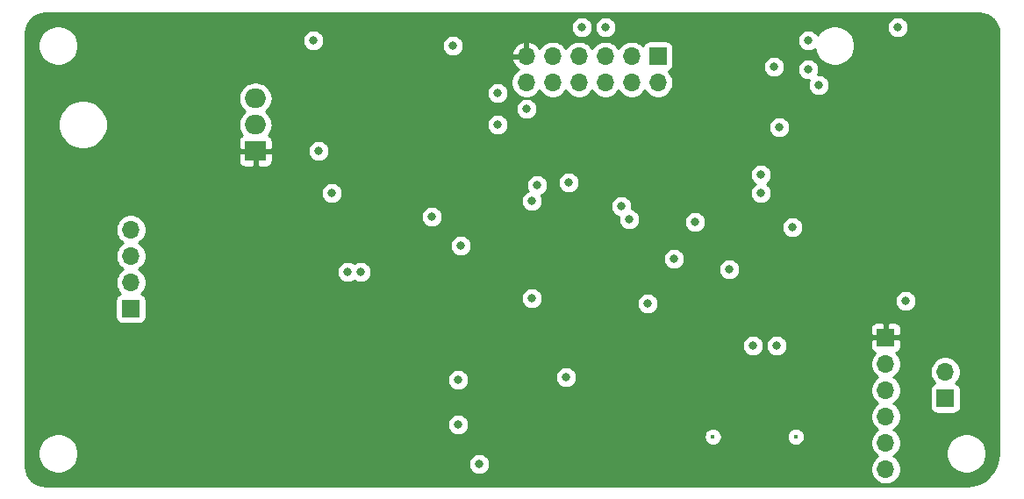
<source format=gbr>
%TF.GenerationSoftware,KiCad,Pcbnew,(5.1.9)-1*%
%TF.CreationDate,2021-06-15T18:17:50-05:00*%
%TF.ProjectId,SLKCAN,534c4b43-414e-42e6-9b69-6361645f7063,rev?*%
%TF.SameCoordinates,Original*%
%TF.FileFunction,Copper,L2,Inr*%
%TF.FilePolarity,Positive*%
%FSLAX46Y46*%
G04 Gerber Fmt 4.6, Leading zero omitted, Abs format (unit mm)*
G04 Created by KiCad (PCBNEW (5.1.9)-1) date 2021-06-15 18:17:50*
%MOMM*%
%LPD*%
G01*
G04 APERTURE LIST*
%TA.AperFunction,ComponentPad*%
%ADD10O,2.000000X1.905000*%
%TD*%
%TA.AperFunction,ComponentPad*%
%ADD11R,2.000000X1.905000*%
%TD*%
%TA.AperFunction,ComponentPad*%
%ADD12O,1.700000X1.700000*%
%TD*%
%TA.AperFunction,ComponentPad*%
%ADD13R,1.700000X1.700000*%
%TD*%
%TA.AperFunction,ComponentPad*%
%ADD14C,0.450000*%
%TD*%
%TA.AperFunction,ViaPad*%
%ADD15C,0.800000*%
%TD*%
%TA.AperFunction,Conductor*%
%ADD16C,0.254000*%
%TD*%
%TA.AperFunction,Conductor*%
%ADD17C,0.100000*%
%TD*%
G04 APERTURE END LIST*
D10*
%TO.N,Net-(C1-Pad1)*%
%TO.C,U2*%
X121920000Y-77470000D03*
%TO.N,+5V*%
X121920000Y-80010000D03*
D11*
%TO.N,GND*%
X121920000Y-82550000D03*
%TD*%
D12*
%TO.N,+5V*%
%TO.C,JP1*%
X188468000Y-103886000D03*
D13*
%TO.N,Net-(J1-Pad3)*%
X188468000Y-106426000D03*
%TD*%
D12*
%TO.N,+5V*%
%TO.C,J4*%
X148044993Y-75946495D03*
%TO.N,GND*%
X148044993Y-73406495D03*
%TO.N,+3V3*%
X150584993Y-75946495D03*
%TO.N,CAN_\u002AINT*%
X150584993Y-73406495D03*
%TO.N,AUX7*%
X153124993Y-75946495D03*
%TO.N,AUX6*%
X153124993Y-73406495D03*
%TO.N,AUX5*%
X155664993Y-75946495D03*
%TO.N,AUX4*%
X155664993Y-73406495D03*
%TO.N,AUX3*%
X158204993Y-75946495D03*
%TO.N,AUX2*%
X158204993Y-73406495D03*
%TO.N,AUX1*%
X160744993Y-75946495D03*
D13*
%TO.N,AUX0*%
X160744993Y-73406495D03*
%TD*%
D14*
%TO.N,N/C*%
%TO.C,J3*%
X174044689Y-110140283D03*
X166044689Y-110140283D03*
%TD*%
D12*
%TO.N,Net-(J2-Pad4)*%
%TO.C,J2*%
X109883783Y-90152253D03*
%TO.N,Net-(J2-Pad3)*%
X109883783Y-92692253D03*
%TO.N,Net-(J2-Pad2)*%
X109883783Y-95232253D03*
D13*
%TO.N,Net-(J2-Pad1)*%
X109883783Y-97772253D03*
%TD*%
D12*
%TO.N,Net-(J1-Pad6)*%
%TO.C,J1*%
X182724303Y-113269275D03*
%TO.N,UART0_TXD*%
X182724303Y-110729275D03*
%TO.N,UART0_RXD*%
X182724303Y-108189275D03*
%TO.N,Net-(J1-Pad3)*%
X182724303Y-105649275D03*
%TO.N,Net-(J1-Pad2)*%
X182724303Y-103109275D03*
D13*
%TO.N,GND*%
X182724303Y-100569275D03*
%TD*%
D15*
%TO.N,GND*%
X130810000Y-103124000D03*
X128524000Y-100330000D03*
X143510000Y-97790000D03*
X124968000Y-95250000D03*
X131572000Y-75438000D03*
X136906000Y-112014000D03*
X151892000Y-101092000D03*
X170434000Y-80772000D03*
X162306000Y-79502000D03*
X185928000Y-80264000D03*
X185928000Y-92964000D03*
X155448000Y-93218000D03*
X167894000Y-101600000D03*
X179324000Y-75692000D03*
%TO.N,+3V3*%
X159766000Y-97282000D03*
X148590000Y-96774000D03*
X183896000Y-70612000D03*
X169926000Y-101346000D03*
X143510000Y-112776000D03*
X140970000Y-72390000D03*
%TO.N,+5V*%
X141732000Y-91694000D03*
X151892000Y-104394000D03*
X148590000Y-87376000D03*
X129286000Y-86614000D03*
X148082000Y-78486000D03*
%TO.N,Net-(SW1-Pad1)*%
X167640000Y-93980000D03*
X164338000Y-89408000D03*
%TO.N,CAN_SO*%
X149098000Y-85852000D03*
X152146000Y-85598000D03*
%TO.N,CAN_\u002AINT*%
X145288000Y-80010000D03*
X145288000Y-76962000D03*
X138938000Y-88900000D03*
X175260000Y-74676000D03*
X175260000Y-71882000D03*
%TO.N,Net-(U4-Pad2)*%
X132080000Y-94234000D03*
X141478000Y-104648000D03*
%TO.N,Net-(U4-Pad1)*%
X130810000Y-94234000D03*
X141478000Y-108966000D03*
%TO.N,Net-(C11-Pad1)*%
X127508000Y-71882000D03*
X128016000Y-82550000D03*
%TO.N,GPIO23_VMOSI*%
X172212000Y-101346000D03*
X184658000Y-97028000D03*
%TO.N,AUX6*%
X153416000Y-70612000D03*
X155702000Y-70612000D03*
%TO.N,AUX5*%
X176276000Y-76200000D03*
%TO.N,AUX4*%
X172466000Y-80264000D03*
X171958000Y-74422000D03*
%TO.N,AUX2*%
X170688000Y-84836000D03*
%TO.N,AUX1*%
X170688000Y-86614000D03*
%TO.N,AUX0*%
X173736000Y-89916000D03*
%TO.N,GPIO12_MISO*%
X157988000Y-89154000D03*
X157226000Y-87884000D03*
%TO.N,Net-(D2-Pad1)*%
X162306000Y-92964000D03*
%TD*%
D16*
%TO.N,GND*%
X192129668Y-69303551D02*
X192475634Y-69408004D01*
X192794724Y-69577667D01*
X193074781Y-69806076D01*
X193305141Y-70084534D01*
X193477027Y-70402430D01*
X193583893Y-70747658D01*
X193625001Y-71138763D01*
X193625000Y-111726495D01*
X193562262Y-112366343D01*
X193386168Y-112949595D01*
X193100143Y-113487531D01*
X192715078Y-113959667D01*
X192245641Y-114348019D01*
X191709714Y-114637794D01*
X191127705Y-114817956D01*
X190489811Y-114885000D01*
X101633505Y-114885000D01*
X101240333Y-114846449D01*
X100894365Y-114741996D01*
X100575276Y-114572333D01*
X100295219Y-114343924D01*
X100064859Y-114065466D01*
X99892973Y-113747570D01*
X99786106Y-113402340D01*
X99745000Y-113011238D01*
X99745000Y-111568867D01*
X100929390Y-111568867D01*
X100929390Y-111951133D01*
X101003966Y-112326055D01*
X101150254Y-112679224D01*
X101362630Y-112997067D01*
X101632933Y-113267370D01*
X101950776Y-113479746D01*
X102303945Y-113626034D01*
X102678867Y-113700610D01*
X103061133Y-113700610D01*
X103436055Y-113626034D01*
X103789224Y-113479746D01*
X104107067Y-113267370D01*
X104377370Y-112997067D01*
X104589746Y-112679224D01*
X104591884Y-112674061D01*
X142475000Y-112674061D01*
X142475000Y-112877939D01*
X142514774Y-113077898D01*
X142592795Y-113266256D01*
X142706063Y-113435774D01*
X142850226Y-113579937D01*
X143019744Y-113693205D01*
X143208102Y-113771226D01*
X143408061Y-113811000D01*
X143611939Y-113811000D01*
X143811898Y-113771226D01*
X144000256Y-113693205D01*
X144169774Y-113579937D01*
X144313937Y-113435774D01*
X144427205Y-113266256D01*
X144505226Y-113077898D01*
X144545000Y-112877939D01*
X144545000Y-112674061D01*
X144505226Y-112474102D01*
X144427205Y-112285744D01*
X144313937Y-112116226D01*
X144169774Y-111972063D01*
X144000256Y-111858795D01*
X143811898Y-111780774D01*
X143611939Y-111741000D01*
X143408061Y-111741000D01*
X143208102Y-111780774D01*
X143019744Y-111858795D01*
X142850226Y-111972063D01*
X142706063Y-112116226D01*
X142592795Y-112285744D01*
X142514774Y-112474102D01*
X142475000Y-112674061D01*
X104591884Y-112674061D01*
X104736034Y-112326055D01*
X104810610Y-111951133D01*
X104810610Y-111568867D01*
X104736034Y-111193945D01*
X104589746Y-110840776D01*
X104377370Y-110522933D01*
X104107067Y-110252630D01*
X103812161Y-110055580D01*
X165184689Y-110055580D01*
X165184689Y-110224986D01*
X165217738Y-110391136D01*
X165282567Y-110547646D01*
X165376684Y-110688501D01*
X165496471Y-110808288D01*
X165637326Y-110902405D01*
X165793836Y-110967234D01*
X165959986Y-111000283D01*
X166129392Y-111000283D01*
X166295542Y-110967234D01*
X166452052Y-110902405D01*
X166592907Y-110808288D01*
X166712694Y-110688501D01*
X166806811Y-110547646D01*
X166871640Y-110391136D01*
X166904689Y-110224986D01*
X166904689Y-110055580D01*
X173184689Y-110055580D01*
X173184689Y-110224986D01*
X173217738Y-110391136D01*
X173282567Y-110547646D01*
X173376684Y-110688501D01*
X173496471Y-110808288D01*
X173637326Y-110902405D01*
X173793836Y-110967234D01*
X173959986Y-111000283D01*
X174129392Y-111000283D01*
X174295542Y-110967234D01*
X174452052Y-110902405D01*
X174592907Y-110808288D01*
X174712694Y-110688501D01*
X174806811Y-110547646D01*
X174871640Y-110391136D01*
X174904689Y-110224986D01*
X174904689Y-110055580D01*
X174871640Y-109889430D01*
X174806811Y-109732920D01*
X174712694Y-109592065D01*
X174592907Y-109472278D01*
X174452052Y-109378161D01*
X174295542Y-109313332D01*
X174129392Y-109280283D01*
X173959986Y-109280283D01*
X173793836Y-109313332D01*
X173637326Y-109378161D01*
X173496471Y-109472278D01*
X173376684Y-109592065D01*
X173282567Y-109732920D01*
X173217738Y-109889430D01*
X173184689Y-110055580D01*
X166904689Y-110055580D01*
X166871640Y-109889430D01*
X166806811Y-109732920D01*
X166712694Y-109592065D01*
X166592907Y-109472278D01*
X166452052Y-109378161D01*
X166295542Y-109313332D01*
X166129392Y-109280283D01*
X165959986Y-109280283D01*
X165793836Y-109313332D01*
X165637326Y-109378161D01*
X165496471Y-109472278D01*
X165376684Y-109592065D01*
X165282567Y-109732920D01*
X165217738Y-109889430D01*
X165184689Y-110055580D01*
X103812161Y-110055580D01*
X103789224Y-110040254D01*
X103436055Y-109893966D01*
X103061133Y-109819390D01*
X102678867Y-109819390D01*
X102303945Y-109893966D01*
X101950776Y-110040254D01*
X101632933Y-110252630D01*
X101362630Y-110522933D01*
X101150254Y-110840776D01*
X101003966Y-111193945D01*
X100929390Y-111568867D01*
X99745000Y-111568867D01*
X99745000Y-108864061D01*
X140443000Y-108864061D01*
X140443000Y-109067939D01*
X140482774Y-109267898D01*
X140560795Y-109456256D01*
X140674063Y-109625774D01*
X140818226Y-109769937D01*
X140987744Y-109883205D01*
X141176102Y-109961226D01*
X141376061Y-110001000D01*
X141579939Y-110001000D01*
X141779898Y-109961226D01*
X141968256Y-109883205D01*
X142137774Y-109769937D01*
X142281937Y-109625774D01*
X142395205Y-109456256D01*
X142473226Y-109267898D01*
X142513000Y-109067939D01*
X142513000Y-108864061D01*
X142473226Y-108664102D01*
X142395205Y-108475744D01*
X142281937Y-108306226D01*
X142137774Y-108162063D01*
X141968256Y-108048795D01*
X141779898Y-107970774D01*
X141579939Y-107931000D01*
X141376061Y-107931000D01*
X141176102Y-107970774D01*
X140987744Y-108048795D01*
X140818226Y-108162063D01*
X140674063Y-108306226D01*
X140560795Y-108475744D01*
X140482774Y-108664102D01*
X140443000Y-108864061D01*
X99745000Y-108864061D01*
X99745000Y-104546061D01*
X140443000Y-104546061D01*
X140443000Y-104749939D01*
X140482774Y-104949898D01*
X140560795Y-105138256D01*
X140674063Y-105307774D01*
X140818226Y-105451937D01*
X140987744Y-105565205D01*
X141176102Y-105643226D01*
X141376061Y-105683000D01*
X141579939Y-105683000D01*
X141779898Y-105643226D01*
X141968256Y-105565205D01*
X142137774Y-105451937D01*
X142281937Y-105307774D01*
X142395205Y-105138256D01*
X142473226Y-104949898D01*
X142513000Y-104749939D01*
X142513000Y-104546061D01*
X142473226Y-104346102D01*
X142450842Y-104292061D01*
X150857000Y-104292061D01*
X150857000Y-104495939D01*
X150896774Y-104695898D01*
X150974795Y-104884256D01*
X151088063Y-105053774D01*
X151232226Y-105197937D01*
X151401744Y-105311205D01*
X151590102Y-105389226D01*
X151790061Y-105429000D01*
X151993939Y-105429000D01*
X152193898Y-105389226D01*
X152382256Y-105311205D01*
X152551774Y-105197937D01*
X152695937Y-105053774D01*
X152809205Y-104884256D01*
X152887226Y-104695898D01*
X152927000Y-104495939D01*
X152927000Y-104292061D01*
X152887226Y-104092102D01*
X152809205Y-103903744D01*
X152695937Y-103734226D01*
X152551774Y-103590063D01*
X152382256Y-103476795D01*
X152193898Y-103398774D01*
X151993939Y-103359000D01*
X151790061Y-103359000D01*
X151590102Y-103398774D01*
X151401744Y-103476795D01*
X151232226Y-103590063D01*
X151088063Y-103734226D01*
X150974795Y-103903744D01*
X150896774Y-104092102D01*
X150857000Y-104292061D01*
X142450842Y-104292061D01*
X142395205Y-104157744D01*
X142281937Y-103988226D01*
X142137774Y-103844063D01*
X141968256Y-103730795D01*
X141779898Y-103652774D01*
X141579939Y-103613000D01*
X141376061Y-103613000D01*
X141176102Y-103652774D01*
X140987744Y-103730795D01*
X140818226Y-103844063D01*
X140674063Y-103988226D01*
X140560795Y-104157744D01*
X140482774Y-104346102D01*
X140443000Y-104546061D01*
X99745000Y-104546061D01*
X99745000Y-101244061D01*
X168891000Y-101244061D01*
X168891000Y-101447939D01*
X168930774Y-101647898D01*
X169008795Y-101836256D01*
X169122063Y-102005774D01*
X169266226Y-102149937D01*
X169435744Y-102263205D01*
X169624102Y-102341226D01*
X169824061Y-102381000D01*
X170027939Y-102381000D01*
X170227898Y-102341226D01*
X170416256Y-102263205D01*
X170585774Y-102149937D01*
X170729937Y-102005774D01*
X170843205Y-101836256D01*
X170921226Y-101647898D01*
X170961000Y-101447939D01*
X170961000Y-101244061D01*
X171177000Y-101244061D01*
X171177000Y-101447939D01*
X171216774Y-101647898D01*
X171294795Y-101836256D01*
X171408063Y-102005774D01*
X171552226Y-102149937D01*
X171721744Y-102263205D01*
X171910102Y-102341226D01*
X172110061Y-102381000D01*
X172313939Y-102381000D01*
X172513898Y-102341226D01*
X172702256Y-102263205D01*
X172871774Y-102149937D01*
X173015937Y-102005774D01*
X173129205Y-101836256D01*
X173207226Y-101647898D01*
X173247000Y-101447939D01*
X173247000Y-101419275D01*
X181236231Y-101419275D01*
X181248491Y-101543757D01*
X181284801Y-101663455D01*
X181343766Y-101773769D01*
X181423118Y-101870460D01*
X181519809Y-101949812D01*
X181630123Y-102008777D01*
X181702683Y-102030788D01*
X181570828Y-102162643D01*
X181408313Y-102405864D01*
X181296371Y-102676117D01*
X181239303Y-102963015D01*
X181239303Y-103255535D01*
X181296371Y-103542433D01*
X181408313Y-103812686D01*
X181570828Y-104055907D01*
X181777671Y-104262750D01*
X181952063Y-104379275D01*
X181777671Y-104495800D01*
X181570828Y-104702643D01*
X181408313Y-104945864D01*
X181296371Y-105216117D01*
X181239303Y-105503015D01*
X181239303Y-105795535D01*
X181296371Y-106082433D01*
X181408313Y-106352686D01*
X181570828Y-106595907D01*
X181777671Y-106802750D01*
X181952063Y-106919275D01*
X181777671Y-107035800D01*
X181570828Y-107242643D01*
X181408313Y-107485864D01*
X181296371Y-107756117D01*
X181239303Y-108043015D01*
X181239303Y-108335535D01*
X181296371Y-108622433D01*
X181408313Y-108892686D01*
X181570828Y-109135907D01*
X181777671Y-109342750D01*
X181952063Y-109459275D01*
X181777671Y-109575800D01*
X181570828Y-109782643D01*
X181408313Y-110025864D01*
X181296371Y-110296117D01*
X181239303Y-110583015D01*
X181239303Y-110875535D01*
X181296371Y-111162433D01*
X181408313Y-111432686D01*
X181570828Y-111675907D01*
X181777671Y-111882750D01*
X181952063Y-111999275D01*
X181777671Y-112115800D01*
X181570828Y-112322643D01*
X181408313Y-112565864D01*
X181296371Y-112836117D01*
X181239303Y-113123015D01*
X181239303Y-113415535D01*
X181296371Y-113702433D01*
X181408313Y-113972686D01*
X181570828Y-114215907D01*
X181777671Y-114422750D01*
X182020892Y-114585265D01*
X182291145Y-114697207D01*
X182578043Y-114754275D01*
X182870563Y-114754275D01*
X183157461Y-114697207D01*
X183427714Y-114585265D01*
X183670935Y-114422750D01*
X183877778Y-114215907D01*
X184040293Y-113972686D01*
X184152235Y-113702433D01*
X184209303Y-113415535D01*
X184209303Y-113123015D01*
X184152235Y-112836117D01*
X184040293Y-112565864D01*
X183877778Y-112322643D01*
X183670935Y-112115800D01*
X183496543Y-111999275D01*
X183670935Y-111882750D01*
X183877778Y-111675907D01*
X183949299Y-111568867D01*
X188559390Y-111568867D01*
X188559390Y-111951133D01*
X188633966Y-112326055D01*
X188780254Y-112679224D01*
X188992630Y-112997067D01*
X189262933Y-113267370D01*
X189580776Y-113479746D01*
X189933945Y-113626034D01*
X190308867Y-113700610D01*
X190691133Y-113700610D01*
X191066055Y-113626034D01*
X191419224Y-113479746D01*
X191737067Y-113267370D01*
X192007370Y-112997067D01*
X192219746Y-112679224D01*
X192366034Y-112326055D01*
X192440610Y-111951133D01*
X192440610Y-111568867D01*
X192366034Y-111193945D01*
X192219746Y-110840776D01*
X192007370Y-110522933D01*
X191737067Y-110252630D01*
X191419224Y-110040254D01*
X191066055Y-109893966D01*
X190691133Y-109819390D01*
X190308867Y-109819390D01*
X189933945Y-109893966D01*
X189580776Y-110040254D01*
X189262933Y-110252630D01*
X188992630Y-110522933D01*
X188780254Y-110840776D01*
X188633966Y-111193945D01*
X188559390Y-111568867D01*
X183949299Y-111568867D01*
X184040293Y-111432686D01*
X184152235Y-111162433D01*
X184209303Y-110875535D01*
X184209303Y-110583015D01*
X184152235Y-110296117D01*
X184040293Y-110025864D01*
X183877778Y-109782643D01*
X183670935Y-109575800D01*
X183496543Y-109459275D01*
X183670935Y-109342750D01*
X183877778Y-109135907D01*
X184040293Y-108892686D01*
X184152235Y-108622433D01*
X184209303Y-108335535D01*
X184209303Y-108043015D01*
X184152235Y-107756117D01*
X184040293Y-107485864D01*
X183877778Y-107242643D01*
X183670935Y-107035800D01*
X183496543Y-106919275D01*
X183670935Y-106802750D01*
X183877778Y-106595907D01*
X184040293Y-106352686D01*
X184152235Y-106082433D01*
X184209303Y-105795535D01*
X184209303Y-105576000D01*
X186979928Y-105576000D01*
X186979928Y-107276000D01*
X186992188Y-107400482D01*
X187028498Y-107520180D01*
X187087463Y-107630494D01*
X187166815Y-107727185D01*
X187263506Y-107806537D01*
X187373820Y-107865502D01*
X187493518Y-107901812D01*
X187618000Y-107914072D01*
X189318000Y-107914072D01*
X189442482Y-107901812D01*
X189562180Y-107865502D01*
X189672494Y-107806537D01*
X189769185Y-107727185D01*
X189848537Y-107630494D01*
X189907502Y-107520180D01*
X189943812Y-107400482D01*
X189956072Y-107276000D01*
X189956072Y-105576000D01*
X189943812Y-105451518D01*
X189907502Y-105331820D01*
X189848537Y-105221506D01*
X189769185Y-105124815D01*
X189672494Y-105045463D01*
X189562180Y-104986498D01*
X189489620Y-104964487D01*
X189621475Y-104832632D01*
X189783990Y-104589411D01*
X189895932Y-104319158D01*
X189953000Y-104032260D01*
X189953000Y-103739740D01*
X189895932Y-103452842D01*
X189783990Y-103182589D01*
X189621475Y-102939368D01*
X189414632Y-102732525D01*
X189171411Y-102570010D01*
X188901158Y-102458068D01*
X188614260Y-102401000D01*
X188321740Y-102401000D01*
X188034842Y-102458068D01*
X187764589Y-102570010D01*
X187521368Y-102732525D01*
X187314525Y-102939368D01*
X187152010Y-103182589D01*
X187040068Y-103452842D01*
X186983000Y-103739740D01*
X186983000Y-104032260D01*
X187040068Y-104319158D01*
X187152010Y-104589411D01*
X187314525Y-104832632D01*
X187446380Y-104964487D01*
X187373820Y-104986498D01*
X187263506Y-105045463D01*
X187166815Y-105124815D01*
X187087463Y-105221506D01*
X187028498Y-105331820D01*
X186992188Y-105451518D01*
X186979928Y-105576000D01*
X184209303Y-105576000D01*
X184209303Y-105503015D01*
X184152235Y-105216117D01*
X184040293Y-104945864D01*
X183877778Y-104702643D01*
X183670935Y-104495800D01*
X183496543Y-104379275D01*
X183670935Y-104262750D01*
X183877778Y-104055907D01*
X184040293Y-103812686D01*
X184152235Y-103542433D01*
X184209303Y-103255535D01*
X184209303Y-102963015D01*
X184152235Y-102676117D01*
X184040293Y-102405864D01*
X183877778Y-102162643D01*
X183745923Y-102030788D01*
X183818483Y-102008777D01*
X183928797Y-101949812D01*
X184025488Y-101870460D01*
X184104840Y-101773769D01*
X184163805Y-101663455D01*
X184200115Y-101543757D01*
X184212375Y-101419275D01*
X184209303Y-100855025D01*
X184050553Y-100696275D01*
X182851303Y-100696275D01*
X182851303Y-100716275D01*
X182597303Y-100716275D01*
X182597303Y-100696275D01*
X181398053Y-100696275D01*
X181239303Y-100855025D01*
X181236231Y-101419275D01*
X173247000Y-101419275D01*
X173247000Y-101244061D01*
X173207226Y-101044102D01*
X173129205Y-100855744D01*
X173015937Y-100686226D01*
X172871774Y-100542063D01*
X172702256Y-100428795D01*
X172513898Y-100350774D01*
X172313939Y-100311000D01*
X172110061Y-100311000D01*
X171910102Y-100350774D01*
X171721744Y-100428795D01*
X171552226Y-100542063D01*
X171408063Y-100686226D01*
X171294795Y-100855744D01*
X171216774Y-101044102D01*
X171177000Y-101244061D01*
X170961000Y-101244061D01*
X170921226Y-101044102D01*
X170843205Y-100855744D01*
X170729937Y-100686226D01*
X170585774Y-100542063D01*
X170416256Y-100428795D01*
X170227898Y-100350774D01*
X170027939Y-100311000D01*
X169824061Y-100311000D01*
X169624102Y-100350774D01*
X169435744Y-100428795D01*
X169266226Y-100542063D01*
X169122063Y-100686226D01*
X169008795Y-100855744D01*
X168930774Y-101044102D01*
X168891000Y-101244061D01*
X99745000Y-101244061D01*
X99745000Y-99719275D01*
X181236231Y-99719275D01*
X181239303Y-100283525D01*
X181398053Y-100442275D01*
X182597303Y-100442275D01*
X182597303Y-99243025D01*
X182851303Y-99243025D01*
X182851303Y-100442275D01*
X184050553Y-100442275D01*
X184209303Y-100283525D01*
X184212375Y-99719275D01*
X184200115Y-99594793D01*
X184163805Y-99475095D01*
X184104840Y-99364781D01*
X184025488Y-99268090D01*
X183928797Y-99188738D01*
X183818483Y-99129773D01*
X183698785Y-99093463D01*
X183574303Y-99081203D01*
X183010053Y-99084275D01*
X182851303Y-99243025D01*
X182597303Y-99243025D01*
X182438553Y-99084275D01*
X181874303Y-99081203D01*
X181749821Y-99093463D01*
X181630123Y-99129773D01*
X181519809Y-99188738D01*
X181423118Y-99268090D01*
X181343766Y-99364781D01*
X181284801Y-99475095D01*
X181248491Y-99594793D01*
X181236231Y-99719275D01*
X99745000Y-99719275D01*
X99745000Y-96922253D01*
X108395711Y-96922253D01*
X108395711Y-98622253D01*
X108407971Y-98746735D01*
X108444281Y-98866433D01*
X108503246Y-98976747D01*
X108582598Y-99073438D01*
X108679289Y-99152790D01*
X108789603Y-99211755D01*
X108909301Y-99248065D01*
X109033783Y-99260325D01*
X110733783Y-99260325D01*
X110858265Y-99248065D01*
X110977963Y-99211755D01*
X111088277Y-99152790D01*
X111184968Y-99073438D01*
X111264320Y-98976747D01*
X111323285Y-98866433D01*
X111359595Y-98746735D01*
X111371855Y-98622253D01*
X111371855Y-96922253D01*
X111359595Y-96797771D01*
X111323285Y-96678073D01*
X111320072Y-96672061D01*
X147555000Y-96672061D01*
X147555000Y-96875939D01*
X147594774Y-97075898D01*
X147672795Y-97264256D01*
X147786063Y-97433774D01*
X147930226Y-97577937D01*
X148099744Y-97691205D01*
X148288102Y-97769226D01*
X148488061Y-97809000D01*
X148691939Y-97809000D01*
X148891898Y-97769226D01*
X149080256Y-97691205D01*
X149249774Y-97577937D01*
X149393937Y-97433774D01*
X149507205Y-97264256D01*
X149542079Y-97180061D01*
X158731000Y-97180061D01*
X158731000Y-97383939D01*
X158770774Y-97583898D01*
X158848795Y-97772256D01*
X158962063Y-97941774D01*
X159106226Y-98085937D01*
X159275744Y-98199205D01*
X159464102Y-98277226D01*
X159664061Y-98317000D01*
X159867939Y-98317000D01*
X160067898Y-98277226D01*
X160256256Y-98199205D01*
X160425774Y-98085937D01*
X160569937Y-97941774D01*
X160683205Y-97772256D01*
X160761226Y-97583898D01*
X160801000Y-97383939D01*
X160801000Y-97180061D01*
X160761226Y-96980102D01*
X160738842Y-96926061D01*
X183623000Y-96926061D01*
X183623000Y-97129939D01*
X183662774Y-97329898D01*
X183740795Y-97518256D01*
X183854063Y-97687774D01*
X183998226Y-97831937D01*
X184167744Y-97945205D01*
X184356102Y-98023226D01*
X184556061Y-98063000D01*
X184759939Y-98063000D01*
X184959898Y-98023226D01*
X185148256Y-97945205D01*
X185317774Y-97831937D01*
X185461937Y-97687774D01*
X185575205Y-97518256D01*
X185653226Y-97329898D01*
X185693000Y-97129939D01*
X185693000Y-96926061D01*
X185653226Y-96726102D01*
X185575205Y-96537744D01*
X185461937Y-96368226D01*
X185317774Y-96224063D01*
X185148256Y-96110795D01*
X184959898Y-96032774D01*
X184759939Y-95993000D01*
X184556061Y-95993000D01*
X184356102Y-96032774D01*
X184167744Y-96110795D01*
X183998226Y-96224063D01*
X183854063Y-96368226D01*
X183740795Y-96537744D01*
X183662774Y-96726102D01*
X183623000Y-96926061D01*
X160738842Y-96926061D01*
X160683205Y-96791744D01*
X160569937Y-96622226D01*
X160425774Y-96478063D01*
X160256256Y-96364795D01*
X160067898Y-96286774D01*
X159867939Y-96247000D01*
X159664061Y-96247000D01*
X159464102Y-96286774D01*
X159275744Y-96364795D01*
X159106226Y-96478063D01*
X158962063Y-96622226D01*
X158848795Y-96791744D01*
X158770774Y-96980102D01*
X158731000Y-97180061D01*
X149542079Y-97180061D01*
X149585226Y-97075898D01*
X149625000Y-96875939D01*
X149625000Y-96672061D01*
X149585226Y-96472102D01*
X149507205Y-96283744D01*
X149393937Y-96114226D01*
X149249774Y-95970063D01*
X149080256Y-95856795D01*
X148891898Y-95778774D01*
X148691939Y-95739000D01*
X148488061Y-95739000D01*
X148288102Y-95778774D01*
X148099744Y-95856795D01*
X147930226Y-95970063D01*
X147786063Y-96114226D01*
X147672795Y-96283744D01*
X147594774Y-96472102D01*
X147555000Y-96672061D01*
X111320072Y-96672061D01*
X111264320Y-96567759D01*
X111184968Y-96471068D01*
X111088277Y-96391716D01*
X110977963Y-96332751D01*
X110905403Y-96310740D01*
X111037258Y-96178885D01*
X111199773Y-95935664D01*
X111311715Y-95665411D01*
X111368783Y-95378513D01*
X111368783Y-95085993D01*
X111311715Y-94799095D01*
X111199773Y-94528842D01*
X111037258Y-94285621D01*
X110883698Y-94132061D01*
X129775000Y-94132061D01*
X129775000Y-94335939D01*
X129814774Y-94535898D01*
X129892795Y-94724256D01*
X130006063Y-94893774D01*
X130150226Y-95037937D01*
X130319744Y-95151205D01*
X130508102Y-95229226D01*
X130708061Y-95269000D01*
X130911939Y-95269000D01*
X131111898Y-95229226D01*
X131300256Y-95151205D01*
X131445000Y-95054490D01*
X131589744Y-95151205D01*
X131778102Y-95229226D01*
X131978061Y-95269000D01*
X132181939Y-95269000D01*
X132381898Y-95229226D01*
X132570256Y-95151205D01*
X132739774Y-95037937D01*
X132883937Y-94893774D01*
X132997205Y-94724256D01*
X133075226Y-94535898D01*
X133115000Y-94335939D01*
X133115000Y-94132061D01*
X133075226Y-93932102D01*
X132997205Y-93743744D01*
X132883937Y-93574226D01*
X132739774Y-93430063D01*
X132570256Y-93316795D01*
X132381898Y-93238774D01*
X132181939Y-93199000D01*
X131978061Y-93199000D01*
X131778102Y-93238774D01*
X131589744Y-93316795D01*
X131445000Y-93413510D01*
X131300256Y-93316795D01*
X131111898Y-93238774D01*
X130911939Y-93199000D01*
X130708061Y-93199000D01*
X130508102Y-93238774D01*
X130319744Y-93316795D01*
X130150226Y-93430063D01*
X130006063Y-93574226D01*
X129892795Y-93743744D01*
X129814774Y-93932102D01*
X129775000Y-94132061D01*
X110883698Y-94132061D01*
X110830415Y-94078778D01*
X110656023Y-93962253D01*
X110830415Y-93845728D01*
X111037258Y-93638885D01*
X111199773Y-93395664D01*
X111311715Y-93125411D01*
X111364098Y-92862061D01*
X161271000Y-92862061D01*
X161271000Y-93065939D01*
X161310774Y-93265898D01*
X161388795Y-93454256D01*
X161502063Y-93623774D01*
X161646226Y-93767937D01*
X161815744Y-93881205D01*
X162004102Y-93959226D01*
X162204061Y-93999000D01*
X162407939Y-93999000D01*
X162607898Y-93959226D01*
X162796256Y-93881205D01*
X162800961Y-93878061D01*
X166605000Y-93878061D01*
X166605000Y-94081939D01*
X166644774Y-94281898D01*
X166722795Y-94470256D01*
X166836063Y-94639774D01*
X166980226Y-94783937D01*
X167149744Y-94897205D01*
X167338102Y-94975226D01*
X167538061Y-95015000D01*
X167741939Y-95015000D01*
X167941898Y-94975226D01*
X168130256Y-94897205D01*
X168299774Y-94783937D01*
X168443937Y-94639774D01*
X168557205Y-94470256D01*
X168635226Y-94281898D01*
X168675000Y-94081939D01*
X168675000Y-93878061D01*
X168635226Y-93678102D01*
X168557205Y-93489744D01*
X168443937Y-93320226D01*
X168299774Y-93176063D01*
X168130256Y-93062795D01*
X167941898Y-92984774D01*
X167741939Y-92945000D01*
X167538061Y-92945000D01*
X167338102Y-92984774D01*
X167149744Y-93062795D01*
X166980226Y-93176063D01*
X166836063Y-93320226D01*
X166722795Y-93489744D01*
X166644774Y-93678102D01*
X166605000Y-93878061D01*
X162800961Y-93878061D01*
X162965774Y-93767937D01*
X163109937Y-93623774D01*
X163223205Y-93454256D01*
X163301226Y-93265898D01*
X163341000Y-93065939D01*
X163341000Y-92862061D01*
X163301226Y-92662102D01*
X163223205Y-92473744D01*
X163109937Y-92304226D01*
X162965774Y-92160063D01*
X162796256Y-92046795D01*
X162607898Y-91968774D01*
X162407939Y-91929000D01*
X162204061Y-91929000D01*
X162004102Y-91968774D01*
X161815744Y-92046795D01*
X161646226Y-92160063D01*
X161502063Y-92304226D01*
X161388795Y-92473744D01*
X161310774Y-92662102D01*
X161271000Y-92862061D01*
X111364098Y-92862061D01*
X111368783Y-92838513D01*
X111368783Y-92545993D01*
X111311715Y-92259095D01*
X111199773Y-91988842D01*
X111037258Y-91745621D01*
X110883698Y-91592061D01*
X140697000Y-91592061D01*
X140697000Y-91795939D01*
X140736774Y-91995898D01*
X140814795Y-92184256D01*
X140928063Y-92353774D01*
X141072226Y-92497937D01*
X141241744Y-92611205D01*
X141430102Y-92689226D01*
X141630061Y-92729000D01*
X141833939Y-92729000D01*
X142033898Y-92689226D01*
X142222256Y-92611205D01*
X142391774Y-92497937D01*
X142535937Y-92353774D01*
X142649205Y-92184256D01*
X142727226Y-91995898D01*
X142767000Y-91795939D01*
X142767000Y-91592061D01*
X142727226Y-91392102D01*
X142649205Y-91203744D01*
X142535937Y-91034226D01*
X142391774Y-90890063D01*
X142222256Y-90776795D01*
X142033898Y-90698774D01*
X141833939Y-90659000D01*
X141630061Y-90659000D01*
X141430102Y-90698774D01*
X141241744Y-90776795D01*
X141072226Y-90890063D01*
X140928063Y-91034226D01*
X140814795Y-91203744D01*
X140736774Y-91392102D01*
X140697000Y-91592061D01*
X110883698Y-91592061D01*
X110830415Y-91538778D01*
X110656023Y-91422253D01*
X110830415Y-91305728D01*
X111037258Y-91098885D01*
X111199773Y-90855664D01*
X111311715Y-90585411D01*
X111368783Y-90298513D01*
X111368783Y-90005993D01*
X111311715Y-89719095D01*
X111199773Y-89448842D01*
X111037258Y-89205621D01*
X110830415Y-88998778D01*
X110587194Y-88836263D01*
X110494966Y-88798061D01*
X137903000Y-88798061D01*
X137903000Y-89001939D01*
X137942774Y-89201898D01*
X138020795Y-89390256D01*
X138134063Y-89559774D01*
X138278226Y-89703937D01*
X138447744Y-89817205D01*
X138636102Y-89895226D01*
X138836061Y-89935000D01*
X139039939Y-89935000D01*
X139239898Y-89895226D01*
X139428256Y-89817205D01*
X139597774Y-89703937D01*
X139741937Y-89559774D01*
X139855205Y-89390256D01*
X139933226Y-89201898D01*
X139973000Y-89001939D01*
X139973000Y-88798061D01*
X139933226Y-88598102D01*
X139855205Y-88409744D01*
X139741937Y-88240226D01*
X139597774Y-88096063D01*
X139428256Y-87982795D01*
X139239898Y-87904774D01*
X139039939Y-87865000D01*
X138836061Y-87865000D01*
X138636102Y-87904774D01*
X138447744Y-87982795D01*
X138278226Y-88096063D01*
X138134063Y-88240226D01*
X138020795Y-88409744D01*
X137942774Y-88598102D01*
X137903000Y-88798061D01*
X110494966Y-88798061D01*
X110316941Y-88724321D01*
X110030043Y-88667253D01*
X109737523Y-88667253D01*
X109450625Y-88724321D01*
X109180372Y-88836263D01*
X108937151Y-88998778D01*
X108730308Y-89205621D01*
X108567793Y-89448842D01*
X108455851Y-89719095D01*
X108398783Y-90005993D01*
X108398783Y-90298513D01*
X108455851Y-90585411D01*
X108567793Y-90855664D01*
X108730308Y-91098885D01*
X108937151Y-91305728D01*
X109111543Y-91422253D01*
X108937151Y-91538778D01*
X108730308Y-91745621D01*
X108567793Y-91988842D01*
X108455851Y-92259095D01*
X108398783Y-92545993D01*
X108398783Y-92838513D01*
X108455851Y-93125411D01*
X108567793Y-93395664D01*
X108730308Y-93638885D01*
X108937151Y-93845728D01*
X109111543Y-93962253D01*
X108937151Y-94078778D01*
X108730308Y-94285621D01*
X108567793Y-94528842D01*
X108455851Y-94799095D01*
X108398783Y-95085993D01*
X108398783Y-95378513D01*
X108455851Y-95665411D01*
X108567793Y-95935664D01*
X108730308Y-96178885D01*
X108862163Y-96310740D01*
X108789603Y-96332751D01*
X108679289Y-96391716D01*
X108582598Y-96471068D01*
X108503246Y-96567759D01*
X108444281Y-96678073D01*
X108407971Y-96797771D01*
X108395711Y-96922253D01*
X99745000Y-96922253D01*
X99745000Y-86512061D01*
X128251000Y-86512061D01*
X128251000Y-86715939D01*
X128290774Y-86915898D01*
X128368795Y-87104256D01*
X128482063Y-87273774D01*
X128626226Y-87417937D01*
X128795744Y-87531205D01*
X128984102Y-87609226D01*
X129184061Y-87649000D01*
X129387939Y-87649000D01*
X129587898Y-87609226D01*
X129776256Y-87531205D01*
X129945774Y-87417937D01*
X130089650Y-87274061D01*
X147555000Y-87274061D01*
X147555000Y-87477939D01*
X147594774Y-87677898D01*
X147672795Y-87866256D01*
X147786063Y-88035774D01*
X147930226Y-88179937D01*
X148099744Y-88293205D01*
X148288102Y-88371226D01*
X148488061Y-88411000D01*
X148691939Y-88411000D01*
X148891898Y-88371226D01*
X149080256Y-88293205D01*
X149249774Y-88179937D01*
X149393937Y-88035774D01*
X149507205Y-87866256D01*
X149542079Y-87782061D01*
X156191000Y-87782061D01*
X156191000Y-87985939D01*
X156230774Y-88185898D01*
X156308795Y-88374256D01*
X156422063Y-88543774D01*
X156566226Y-88687937D01*
X156735744Y-88801205D01*
X156924102Y-88879226D01*
X156984970Y-88891333D01*
X156953000Y-89052061D01*
X156953000Y-89255939D01*
X156992774Y-89455898D01*
X157070795Y-89644256D01*
X157184063Y-89813774D01*
X157328226Y-89957937D01*
X157497744Y-90071205D01*
X157686102Y-90149226D01*
X157886061Y-90189000D01*
X158089939Y-90189000D01*
X158289898Y-90149226D01*
X158478256Y-90071205D01*
X158647774Y-89957937D01*
X158791937Y-89813774D01*
X158905205Y-89644256D01*
X158983226Y-89455898D01*
X159013030Y-89306061D01*
X163303000Y-89306061D01*
X163303000Y-89509939D01*
X163342774Y-89709898D01*
X163420795Y-89898256D01*
X163534063Y-90067774D01*
X163678226Y-90211937D01*
X163847744Y-90325205D01*
X164036102Y-90403226D01*
X164236061Y-90443000D01*
X164439939Y-90443000D01*
X164639898Y-90403226D01*
X164828256Y-90325205D01*
X164997774Y-90211937D01*
X165141937Y-90067774D01*
X165255205Y-89898256D01*
X165290079Y-89814061D01*
X172701000Y-89814061D01*
X172701000Y-90017939D01*
X172740774Y-90217898D01*
X172818795Y-90406256D01*
X172932063Y-90575774D01*
X173076226Y-90719937D01*
X173245744Y-90833205D01*
X173434102Y-90911226D01*
X173634061Y-90951000D01*
X173837939Y-90951000D01*
X174037898Y-90911226D01*
X174226256Y-90833205D01*
X174395774Y-90719937D01*
X174539937Y-90575774D01*
X174653205Y-90406256D01*
X174731226Y-90217898D01*
X174771000Y-90017939D01*
X174771000Y-89814061D01*
X174731226Y-89614102D01*
X174653205Y-89425744D01*
X174539937Y-89256226D01*
X174395774Y-89112063D01*
X174226256Y-88998795D01*
X174037898Y-88920774D01*
X173837939Y-88881000D01*
X173634061Y-88881000D01*
X173434102Y-88920774D01*
X173245744Y-88998795D01*
X173076226Y-89112063D01*
X172932063Y-89256226D01*
X172818795Y-89425744D01*
X172740774Y-89614102D01*
X172701000Y-89814061D01*
X165290079Y-89814061D01*
X165333226Y-89709898D01*
X165373000Y-89509939D01*
X165373000Y-89306061D01*
X165333226Y-89106102D01*
X165255205Y-88917744D01*
X165141937Y-88748226D01*
X164997774Y-88604063D01*
X164828256Y-88490795D01*
X164639898Y-88412774D01*
X164439939Y-88373000D01*
X164236061Y-88373000D01*
X164036102Y-88412774D01*
X163847744Y-88490795D01*
X163678226Y-88604063D01*
X163534063Y-88748226D01*
X163420795Y-88917744D01*
X163342774Y-89106102D01*
X163303000Y-89306061D01*
X159013030Y-89306061D01*
X159023000Y-89255939D01*
X159023000Y-89052061D01*
X158983226Y-88852102D01*
X158905205Y-88663744D01*
X158791937Y-88494226D01*
X158647774Y-88350063D01*
X158478256Y-88236795D01*
X158289898Y-88158774D01*
X158229030Y-88146667D01*
X158261000Y-87985939D01*
X158261000Y-87782061D01*
X158221226Y-87582102D01*
X158143205Y-87393744D01*
X158029937Y-87224226D01*
X157885774Y-87080063D01*
X157716256Y-86966795D01*
X157527898Y-86888774D01*
X157327939Y-86849000D01*
X157124061Y-86849000D01*
X156924102Y-86888774D01*
X156735744Y-86966795D01*
X156566226Y-87080063D01*
X156422063Y-87224226D01*
X156308795Y-87393744D01*
X156230774Y-87582102D01*
X156191000Y-87782061D01*
X149542079Y-87782061D01*
X149585226Y-87677898D01*
X149625000Y-87477939D01*
X149625000Y-87274061D01*
X149585226Y-87074102D01*
X149507205Y-86885744D01*
X149463786Y-86820763D01*
X149588256Y-86769205D01*
X149757774Y-86655937D01*
X149901937Y-86511774D01*
X150015205Y-86342256D01*
X150093226Y-86153898D01*
X150133000Y-85953939D01*
X150133000Y-85750061D01*
X150093226Y-85550102D01*
X150070842Y-85496061D01*
X151111000Y-85496061D01*
X151111000Y-85699939D01*
X151150774Y-85899898D01*
X151228795Y-86088256D01*
X151342063Y-86257774D01*
X151486226Y-86401937D01*
X151655744Y-86515205D01*
X151844102Y-86593226D01*
X152044061Y-86633000D01*
X152247939Y-86633000D01*
X152447898Y-86593226D01*
X152636256Y-86515205D01*
X152805774Y-86401937D01*
X152949937Y-86257774D01*
X153063205Y-86088256D01*
X153141226Y-85899898D01*
X153181000Y-85699939D01*
X153181000Y-85496061D01*
X153141226Y-85296102D01*
X153063205Y-85107744D01*
X152949937Y-84938226D01*
X152805774Y-84794063D01*
X152715975Y-84734061D01*
X169653000Y-84734061D01*
X169653000Y-84937939D01*
X169692774Y-85137898D01*
X169770795Y-85326256D01*
X169884063Y-85495774D01*
X170028226Y-85639937D01*
X170155532Y-85725000D01*
X170028226Y-85810063D01*
X169884063Y-85954226D01*
X169770795Y-86123744D01*
X169692774Y-86312102D01*
X169653000Y-86512061D01*
X169653000Y-86715939D01*
X169692774Y-86915898D01*
X169770795Y-87104256D01*
X169884063Y-87273774D01*
X170028226Y-87417937D01*
X170197744Y-87531205D01*
X170386102Y-87609226D01*
X170586061Y-87649000D01*
X170789939Y-87649000D01*
X170989898Y-87609226D01*
X171178256Y-87531205D01*
X171347774Y-87417937D01*
X171491937Y-87273774D01*
X171605205Y-87104256D01*
X171683226Y-86915898D01*
X171723000Y-86715939D01*
X171723000Y-86512061D01*
X171683226Y-86312102D01*
X171605205Y-86123744D01*
X171491937Y-85954226D01*
X171347774Y-85810063D01*
X171220468Y-85725000D01*
X171347774Y-85639937D01*
X171491937Y-85495774D01*
X171605205Y-85326256D01*
X171683226Y-85137898D01*
X171723000Y-84937939D01*
X171723000Y-84734061D01*
X171683226Y-84534102D01*
X171605205Y-84345744D01*
X171491937Y-84176226D01*
X171347774Y-84032063D01*
X171178256Y-83918795D01*
X170989898Y-83840774D01*
X170789939Y-83801000D01*
X170586061Y-83801000D01*
X170386102Y-83840774D01*
X170197744Y-83918795D01*
X170028226Y-84032063D01*
X169884063Y-84176226D01*
X169770795Y-84345744D01*
X169692774Y-84534102D01*
X169653000Y-84734061D01*
X152715975Y-84734061D01*
X152636256Y-84680795D01*
X152447898Y-84602774D01*
X152247939Y-84563000D01*
X152044061Y-84563000D01*
X151844102Y-84602774D01*
X151655744Y-84680795D01*
X151486226Y-84794063D01*
X151342063Y-84938226D01*
X151228795Y-85107744D01*
X151150774Y-85296102D01*
X151111000Y-85496061D01*
X150070842Y-85496061D01*
X150015205Y-85361744D01*
X149901937Y-85192226D01*
X149757774Y-85048063D01*
X149588256Y-84934795D01*
X149399898Y-84856774D01*
X149199939Y-84817000D01*
X148996061Y-84817000D01*
X148796102Y-84856774D01*
X148607744Y-84934795D01*
X148438226Y-85048063D01*
X148294063Y-85192226D01*
X148180795Y-85361744D01*
X148102774Y-85550102D01*
X148063000Y-85750061D01*
X148063000Y-85953939D01*
X148102774Y-86153898D01*
X148180795Y-86342256D01*
X148224214Y-86407237D01*
X148099744Y-86458795D01*
X147930226Y-86572063D01*
X147786063Y-86716226D01*
X147672795Y-86885744D01*
X147594774Y-87074102D01*
X147555000Y-87274061D01*
X130089650Y-87274061D01*
X130089937Y-87273774D01*
X130203205Y-87104256D01*
X130281226Y-86915898D01*
X130321000Y-86715939D01*
X130321000Y-86512061D01*
X130281226Y-86312102D01*
X130203205Y-86123744D01*
X130089937Y-85954226D01*
X129945774Y-85810063D01*
X129776256Y-85696795D01*
X129587898Y-85618774D01*
X129387939Y-85579000D01*
X129184061Y-85579000D01*
X128984102Y-85618774D01*
X128795744Y-85696795D01*
X128626226Y-85810063D01*
X128482063Y-85954226D01*
X128368795Y-86123744D01*
X128290774Y-86312102D01*
X128251000Y-86512061D01*
X99745000Y-86512061D01*
X99745000Y-83502500D01*
X120281928Y-83502500D01*
X120294188Y-83626982D01*
X120330498Y-83746680D01*
X120389463Y-83856994D01*
X120468815Y-83953685D01*
X120565506Y-84033037D01*
X120675820Y-84092002D01*
X120795518Y-84128312D01*
X120920000Y-84140572D01*
X121634250Y-84137500D01*
X121793000Y-83978750D01*
X121793000Y-82677000D01*
X122047000Y-82677000D01*
X122047000Y-83978750D01*
X122205750Y-84137500D01*
X122920000Y-84140572D01*
X123044482Y-84128312D01*
X123164180Y-84092002D01*
X123274494Y-84033037D01*
X123371185Y-83953685D01*
X123450537Y-83856994D01*
X123509502Y-83746680D01*
X123545812Y-83626982D01*
X123558072Y-83502500D01*
X123555000Y-82835750D01*
X123396250Y-82677000D01*
X122047000Y-82677000D01*
X121793000Y-82677000D01*
X120443750Y-82677000D01*
X120285000Y-82835750D01*
X120281928Y-83502500D01*
X99745000Y-83502500D01*
X99745000Y-82448061D01*
X126981000Y-82448061D01*
X126981000Y-82651939D01*
X127020774Y-82851898D01*
X127098795Y-83040256D01*
X127212063Y-83209774D01*
X127356226Y-83353937D01*
X127525744Y-83467205D01*
X127714102Y-83545226D01*
X127914061Y-83585000D01*
X128117939Y-83585000D01*
X128317898Y-83545226D01*
X128506256Y-83467205D01*
X128675774Y-83353937D01*
X128819937Y-83209774D01*
X128933205Y-83040256D01*
X129011226Y-82851898D01*
X129051000Y-82651939D01*
X129051000Y-82448061D01*
X129011226Y-82248102D01*
X128933205Y-82059744D01*
X128819937Y-81890226D01*
X128675774Y-81746063D01*
X128506256Y-81632795D01*
X128317898Y-81554774D01*
X128117939Y-81515000D01*
X127914061Y-81515000D01*
X127714102Y-81554774D01*
X127525744Y-81632795D01*
X127356226Y-81746063D01*
X127212063Y-81890226D01*
X127098795Y-82059744D01*
X127020774Y-82248102D01*
X126981000Y-82448061D01*
X99745000Y-82448061D01*
X99745000Y-79775098D01*
X102875000Y-79775098D01*
X102875000Y-80244902D01*
X102966654Y-80705679D01*
X103146440Y-81139721D01*
X103407450Y-81530349D01*
X103739651Y-81862550D01*
X104130279Y-82123560D01*
X104564321Y-82303346D01*
X105025098Y-82395000D01*
X105494902Y-82395000D01*
X105955679Y-82303346D01*
X106389721Y-82123560D01*
X106780349Y-81862550D01*
X107112550Y-81530349D01*
X107373560Y-81139721D01*
X107553346Y-80705679D01*
X107645000Y-80244902D01*
X107645000Y-79775098D01*
X107553346Y-79314321D01*
X107373560Y-78880279D01*
X107112550Y-78489651D01*
X106780349Y-78157450D01*
X106389721Y-77896440D01*
X105955679Y-77716654D01*
X105494902Y-77625000D01*
X105025098Y-77625000D01*
X104564321Y-77716654D01*
X104130279Y-77896440D01*
X103739651Y-78157450D01*
X103407450Y-78489651D01*
X103146440Y-78880279D01*
X102966654Y-79314321D01*
X102875000Y-79775098D01*
X99745000Y-79775098D01*
X99745000Y-77470000D01*
X120277319Y-77470000D01*
X120307970Y-77781204D01*
X120398745Y-78080449D01*
X120546155Y-78356235D01*
X120744537Y-78597963D01*
X120917609Y-78740000D01*
X120744537Y-78882037D01*
X120546155Y-79123765D01*
X120398745Y-79399551D01*
X120307970Y-79698796D01*
X120277319Y-80010000D01*
X120307970Y-80321204D01*
X120398745Y-80620449D01*
X120546155Y-80896235D01*
X120649446Y-81022095D01*
X120565506Y-81066963D01*
X120468815Y-81146315D01*
X120389463Y-81243006D01*
X120330498Y-81353320D01*
X120294188Y-81473018D01*
X120281928Y-81597500D01*
X120285000Y-82264250D01*
X120443750Y-82423000D01*
X121793000Y-82423000D01*
X121793000Y-82403000D01*
X122047000Y-82403000D01*
X122047000Y-82423000D01*
X123396250Y-82423000D01*
X123555000Y-82264250D01*
X123558072Y-81597500D01*
X123545812Y-81473018D01*
X123509502Y-81353320D01*
X123450537Y-81243006D01*
X123371185Y-81146315D01*
X123274494Y-81066963D01*
X123190554Y-81022095D01*
X123293845Y-80896235D01*
X123441255Y-80620449D01*
X123532030Y-80321204D01*
X123562681Y-80010000D01*
X123552641Y-79908061D01*
X144253000Y-79908061D01*
X144253000Y-80111939D01*
X144292774Y-80311898D01*
X144370795Y-80500256D01*
X144484063Y-80669774D01*
X144628226Y-80813937D01*
X144797744Y-80927205D01*
X144986102Y-81005226D01*
X145186061Y-81045000D01*
X145389939Y-81045000D01*
X145589898Y-81005226D01*
X145778256Y-80927205D01*
X145947774Y-80813937D01*
X146091937Y-80669774D01*
X146205205Y-80500256D01*
X146283226Y-80311898D01*
X146313030Y-80162061D01*
X171431000Y-80162061D01*
X171431000Y-80365939D01*
X171470774Y-80565898D01*
X171548795Y-80754256D01*
X171662063Y-80923774D01*
X171806226Y-81067937D01*
X171975744Y-81181205D01*
X172164102Y-81259226D01*
X172364061Y-81299000D01*
X172567939Y-81299000D01*
X172767898Y-81259226D01*
X172956256Y-81181205D01*
X173125774Y-81067937D01*
X173269937Y-80923774D01*
X173383205Y-80754256D01*
X173461226Y-80565898D01*
X173501000Y-80365939D01*
X173501000Y-80162061D01*
X173461226Y-79962102D01*
X173383205Y-79773744D01*
X173269937Y-79604226D01*
X173125774Y-79460063D01*
X172956256Y-79346795D01*
X172767898Y-79268774D01*
X172567939Y-79229000D01*
X172364061Y-79229000D01*
X172164102Y-79268774D01*
X171975744Y-79346795D01*
X171806226Y-79460063D01*
X171662063Y-79604226D01*
X171548795Y-79773744D01*
X171470774Y-79962102D01*
X171431000Y-80162061D01*
X146313030Y-80162061D01*
X146323000Y-80111939D01*
X146323000Y-79908061D01*
X146283226Y-79708102D01*
X146205205Y-79519744D01*
X146091937Y-79350226D01*
X145947774Y-79206063D01*
X145778256Y-79092795D01*
X145589898Y-79014774D01*
X145389939Y-78975000D01*
X145186061Y-78975000D01*
X144986102Y-79014774D01*
X144797744Y-79092795D01*
X144628226Y-79206063D01*
X144484063Y-79350226D01*
X144370795Y-79519744D01*
X144292774Y-79708102D01*
X144253000Y-79908061D01*
X123552641Y-79908061D01*
X123532030Y-79698796D01*
X123441255Y-79399551D01*
X123293845Y-79123765D01*
X123095463Y-78882037D01*
X122922391Y-78740000D01*
X123095463Y-78597963D01*
X123271008Y-78384061D01*
X147047000Y-78384061D01*
X147047000Y-78587939D01*
X147086774Y-78787898D01*
X147164795Y-78976256D01*
X147278063Y-79145774D01*
X147422226Y-79289937D01*
X147591744Y-79403205D01*
X147780102Y-79481226D01*
X147980061Y-79521000D01*
X148183939Y-79521000D01*
X148383898Y-79481226D01*
X148572256Y-79403205D01*
X148741774Y-79289937D01*
X148885937Y-79145774D01*
X148999205Y-78976256D01*
X149077226Y-78787898D01*
X149117000Y-78587939D01*
X149117000Y-78384061D01*
X149077226Y-78184102D01*
X148999205Y-77995744D01*
X148885937Y-77826226D01*
X148741774Y-77682063D01*
X148572256Y-77568795D01*
X148383898Y-77490774D01*
X148183939Y-77451000D01*
X147980061Y-77451000D01*
X147780102Y-77490774D01*
X147591744Y-77568795D01*
X147422226Y-77682063D01*
X147278063Y-77826226D01*
X147164795Y-77995744D01*
X147086774Y-78184102D01*
X147047000Y-78384061D01*
X123271008Y-78384061D01*
X123293845Y-78356235D01*
X123441255Y-78080449D01*
X123532030Y-77781204D01*
X123562681Y-77470000D01*
X123532030Y-77158796D01*
X123441410Y-76860061D01*
X144253000Y-76860061D01*
X144253000Y-77063939D01*
X144292774Y-77263898D01*
X144370795Y-77452256D01*
X144484063Y-77621774D01*
X144628226Y-77765937D01*
X144797744Y-77879205D01*
X144986102Y-77957226D01*
X145186061Y-77997000D01*
X145389939Y-77997000D01*
X145589898Y-77957226D01*
X145778256Y-77879205D01*
X145947774Y-77765937D01*
X146091937Y-77621774D01*
X146205205Y-77452256D01*
X146283226Y-77263898D01*
X146323000Y-77063939D01*
X146323000Y-76860061D01*
X146283226Y-76660102D01*
X146205205Y-76471744D01*
X146091937Y-76302226D01*
X145947774Y-76158063D01*
X145778256Y-76044795D01*
X145589898Y-75966774D01*
X145389939Y-75927000D01*
X145186061Y-75927000D01*
X144986102Y-75966774D01*
X144797744Y-76044795D01*
X144628226Y-76158063D01*
X144484063Y-76302226D01*
X144370795Y-76471744D01*
X144292774Y-76660102D01*
X144253000Y-76860061D01*
X123441410Y-76860061D01*
X123441255Y-76859551D01*
X123293845Y-76583765D01*
X123095463Y-76342037D01*
X122853735Y-76143655D01*
X122577949Y-75996245D01*
X122278704Y-75905470D01*
X122045486Y-75882500D01*
X121794514Y-75882500D01*
X121561296Y-75905470D01*
X121262051Y-75996245D01*
X120986265Y-76143655D01*
X120744537Y-76342037D01*
X120546155Y-76583765D01*
X120398745Y-76859551D01*
X120307970Y-77158796D01*
X120277319Y-77470000D01*
X99745000Y-77470000D01*
X99745000Y-75800235D01*
X146559993Y-75800235D01*
X146559993Y-76092755D01*
X146617061Y-76379653D01*
X146729003Y-76649906D01*
X146891518Y-76893127D01*
X147098361Y-77099970D01*
X147341582Y-77262485D01*
X147611835Y-77374427D01*
X147898733Y-77431495D01*
X148191253Y-77431495D01*
X148478151Y-77374427D01*
X148748404Y-77262485D01*
X148991625Y-77099970D01*
X149198468Y-76893127D01*
X149314993Y-76718735D01*
X149431518Y-76893127D01*
X149638361Y-77099970D01*
X149881582Y-77262485D01*
X150151835Y-77374427D01*
X150438733Y-77431495D01*
X150731253Y-77431495D01*
X151018151Y-77374427D01*
X151288404Y-77262485D01*
X151531625Y-77099970D01*
X151738468Y-76893127D01*
X151854993Y-76718735D01*
X151971518Y-76893127D01*
X152178361Y-77099970D01*
X152421582Y-77262485D01*
X152691835Y-77374427D01*
X152978733Y-77431495D01*
X153271253Y-77431495D01*
X153558151Y-77374427D01*
X153828404Y-77262485D01*
X154071625Y-77099970D01*
X154278468Y-76893127D01*
X154394993Y-76718735D01*
X154511518Y-76893127D01*
X154718361Y-77099970D01*
X154961582Y-77262485D01*
X155231835Y-77374427D01*
X155518733Y-77431495D01*
X155811253Y-77431495D01*
X156098151Y-77374427D01*
X156368404Y-77262485D01*
X156611625Y-77099970D01*
X156818468Y-76893127D01*
X156934993Y-76718735D01*
X157051518Y-76893127D01*
X157258361Y-77099970D01*
X157501582Y-77262485D01*
X157771835Y-77374427D01*
X158058733Y-77431495D01*
X158351253Y-77431495D01*
X158638151Y-77374427D01*
X158908404Y-77262485D01*
X159151625Y-77099970D01*
X159358468Y-76893127D01*
X159474993Y-76718735D01*
X159591518Y-76893127D01*
X159798361Y-77099970D01*
X160041582Y-77262485D01*
X160311835Y-77374427D01*
X160598733Y-77431495D01*
X160891253Y-77431495D01*
X161178151Y-77374427D01*
X161448404Y-77262485D01*
X161691625Y-77099970D01*
X161898468Y-76893127D01*
X162060983Y-76649906D01*
X162172925Y-76379653D01*
X162229993Y-76092755D01*
X162229993Y-75800235D01*
X162172925Y-75513337D01*
X162060983Y-75243084D01*
X161898468Y-74999863D01*
X161766613Y-74868008D01*
X161839173Y-74845997D01*
X161949487Y-74787032D01*
X162046178Y-74707680D01*
X162125530Y-74610989D01*
X162184495Y-74500675D01*
X162220805Y-74380977D01*
X162226804Y-74320061D01*
X170923000Y-74320061D01*
X170923000Y-74523939D01*
X170962774Y-74723898D01*
X171040795Y-74912256D01*
X171154063Y-75081774D01*
X171298226Y-75225937D01*
X171467744Y-75339205D01*
X171656102Y-75417226D01*
X171856061Y-75457000D01*
X172059939Y-75457000D01*
X172259898Y-75417226D01*
X172448256Y-75339205D01*
X172617774Y-75225937D01*
X172761937Y-75081774D01*
X172875205Y-74912256D01*
X172953226Y-74723898D01*
X172983030Y-74574061D01*
X174225000Y-74574061D01*
X174225000Y-74777939D01*
X174264774Y-74977898D01*
X174342795Y-75166256D01*
X174456063Y-75335774D01*
X174600226Y-75479937D01*
X174769744Y-75593205D01*
X174958102Y-75671226D01*
X175158061Y-75711000D01*
X175358275Y-75711000D01*
X175280774Y-75898102D01*
X175241000Y-76098061D01*
X175241000Y-76301939D01*
X175280774Y-76501898D01*
X175358795Y-76690256D01*
X175472063Y-76859774D01*
X175616226Y-77003937D01*
X175785744Y-77117205D01*
X175974102Y-77195226D01*
X176174061Y-77235000D01*
X176377939Y-77235000D01*
X176577898Y-77195226D01*
X176766256Y-77117205D01*
X176935774Y-77003937D01*
X177079937Y-76859774D01*
X177193205Y-76690256D01*
X177271226Y-76501898D01*
X177311000Y-76301939D01*
X177311000Y-76098061D01*
X177271226Y-75898102D01*
X177193205Y-75709744D01*
X177079937Y-75540226D01*
X176935774Y-75396063D01*
X176766256Y-75282795D01*
X176577898Y-75204774D01*
X176377939Y-75165000D01*
X176177725Y-75165000D01*
X176255226Y-74977898D01*
X176295000Y-74777939D01*
X176295000Y-74574061D01*
X176255226Y-74374102D01*
X176177205Y-74185744D01*
X176063937Y-74016226D01*
X175919774Y-73872063D01*
X175750256Y-73758795D01*
X175561898Y-73680774D01*
X175361939Y-73641000D01*
X175158061Y-73641000D01*
X174958102Y-73680774D01*
X174769744Y-73758795D01*
X174600226Y-73872063D01*
X174456063Y-74016226D01*
X174342795Y-74185744D01*
X174264774Y-74374102D01*
X174225000Y-74574061D01*
X172983030Y-74574061D01*
X172993000Y-74523939D01*
X172993000Y-74320061D01*
X172953226Y-74120102D01*
X172875205Y-73931744D01*
X172761937Y-73762226D01*
X172617774Y-73618063D01*
X172448256Y-73504795D01*
X172259898Y-73426774D01*
X172059939Y-73387000D01*
X171856061Y-73387000D01*
X171656102Y-73426774D01*
X171467744Y-73504795D01*
X171298226Y-73618063D01*
X171154063Y-73762226D01*
X171040795Y-73931744D01*
X170962774Y-74120102D01*
X170923000Y-74320061D01*
X162226804Y-74320061D01*
X162233065Y-74256495D01*
X162233065Y-72556495D01*
X162220805Y-72432013D01*
X162184495Y-72312315D01*
X162125530Y-72202001D01*
X162046178Y-72105310D01*
X161949487Y-72025958D01*
X161839173Y-71966993D01*
X161719475Y-71930683D01*
X161594993Y-71918423D01*
X159894993Y-71918423D01*
X159770511Y-71930683D01*
X159650813Y-71966993D01*
X159540499Y-72025958D01*
X159443808Y-72105310D01*
X159364456Y-72202001D01*
X159305491Y-72312315D01*
X159283480Y-72384875D01*
X159151625Y-72253020D01*
X158908404Y-72090505D01*
X158638151Y-71978563D01*
X158351253Y-71921495D01*
X158058733Y-71921495D01*
X157771835Y-71978563D01*
X157501582Y-72090505D01*
X157258361Y-72253020D01*
X157051518Y-72459863D01*
X156934993Y-72634255D01*
X156818468Y-72459863D01*
X156611625Y-72253020D01*
X156368404Y-72090505D01*
X156098151Y-71978563D01*
X155811253Y-71921495D01*
X155518733Y-71921495D01*
X155231835Y-71978563D01*
X154961582Y-72090505D01*
X154718361Y-72253020D01*
X154511518Y-72459863D01*
X154394993Y-72634255D01*
X154278468Y-72459863D01*
X154071625Y-72253020D01*
X153828404Y-72090505D01*
X153558151Y-71978563D01*
X153271253Y-71921495D01*
X152978733Y-71921495D01*
X152691835Y-71978563D01*
X152421582Y-72090505D01*
X152178361Y-72253020D01*
X151971518Y-72459863D01*
X151854993Y-72634255D01*
X151738468Y-72459863D01*
X151531625Y-72253020D01*
X151288404Y-72090505D01*
X151018151Y-71978563D01*
X150731253Y-71921495D01*
X150438733Y-71921495D01*
X150151835Y-71978563D01*
X149881582Y-72090505D01*
X149638361Y-72253020D01*
X149431518Y-72459863D01*
X149309798Y-72642029D01*
X149240171Y-72525140D01*
X149045262Y-72308907D01*
X148811913Y-72134854D01*
X148549092Y-72009670D01*
X148401883Y-71965019D01*
X148171993Y-72086340D01*
X148171993Y-73279495D01*
X148191993Y-73279495D01*
X148191993Y-73533495D01*
X148171993Y-73533495D01*
X148171993Y-73553495D01*
X147917993Y-73553495D01*
X147917993Y-73533495D01*
X146724179Y-73533495D01*
X146603512Y-73763386D01*
X146700836Y-74037747D01*
X146849815Y-74287850D01*
X147044724Y-74504083D01*
X147274399Y-74675395D01*
X147098361Y-74793020D01*
X146891518Y-74999863D01*
X146729003Y-75243084D01*
X146617061Y-75513337D01*
X146559993Y-75800235D01*
X99745000Y-75800235D01*
X99745000Y-72198867D01*
X100929390Y-72198867D01*
X100929390Y-72581133D01*
X101003966Y-72956055D01*
X101150254Y-73309224D01*
X101362630Y-73627067D01*
X101632933Y-73897370D01*
X101950776Y-74109746D01*
X102303945Y-74256034D01*
X102678867Y-74330610D01*
X103061133Y-74330610D01*
X103436055Y-74256034D01*
X103789224Y-74109746D01*
X104107067Y-73897370D01*
X104377370Y-73627067D01*
X104589746Y-73309224D01*
X104736034Y-72956055D01*
X104810610Y-72581133D01*
X104810610Y-72198867D01*
X104736034Y-71823945D01*
X104717857Y-71780061D01*
X126473000Y-71780061D01*
X126473000Y-71983939D01*
X126512774Y-72183898D01*
X126590795Y-72372256D01*
X126704063Y-72541774D01*
X126848226Y-72685937D01*
X127017744Y-72799205D01*
X127206102Y-72877226D01*
X127406061Y-72917000D01*
X127609939Y-72917000D01*
X127809898Y-72877226D01*
X127998256Y-72799205D01*
X128167774Y-72685937D01*
X128311937Y-72541774D01*
X128425205Y-72372256D01*
X128460079Y-72288061D01*
X139935000Y-72288061D01*
X139935000Y-72491939D01*
X139974774Y-72691898D01*
X140052795Y-72880256D01*
X140166063Y-73049774D01*
X140310226Y-73193937D01*
X140479744Y-73307205D01*
X140668102Y-73385226D01*
X140868061Y-73425000D01*
X141071939Y-73425000D01*
X141271898Y-73385226D01*
X141460256Y-73307205D01*
X141629774Y-73193937D01*
X141773937Y-73049774D01*
X141774050Y-73049604D01*
X146603512Y-73049604D01*
X146724179Y-73279495D01*
X147917993Y-73279495D01*
X147917993Y-72086340D01*
X147688103Y-71965019D01*
X147540894Y-72009670D01*
X147278073Y-72134854D01*
X147044724Y-72308907D01*
X146849815Y-72525140D01*
X146700836Y-72775243D01*
X146603512Y-73049604D01*
X141774050Y-73049604D01*
X141887205Y-72880256D01*
X141965226Y-72691898D01*
X142005000Y-72491939D01*
X142005000Y-72288061D01*
X141965226Y-72088102D01*
X141887205Y-71899744D01*
X141807236Y-71780061D01*
X174225000Y-71780061D01*
X174225000Y-71983939D01*
X174264774Y-72183898D01*
X174342795Y-72372256D01*
X174456063Y-72541774D01*
X174600226Y-72685937D01*
X174769744Y-72799205D01*
X174958102Y-72877226D01*
X175158061Y-72917000D01*
X175361939Y-72917000D01*
X175561898Y-72877226D01*
X175750256Y-72799205D01*
X175884875Y-72709256D01*
X175933966Y-72956055D01*
X176080254Y-73309224D01*
X176292630Y-73627067D01*
X176562933Y-73897370D01*
X176880776Y-74109746D01*
X177233945Y-74256034D01*
X177608867Y-74330610D01*
X177991133Y-74330610D01*
X178366055Y-74256034D01*
X178719224Y-74109746D01*
X179037067Y-73897370D01*
X179307370Y-73627067D01*
X179519746Y-73309224D01*
X179666034Y-72956055D01*
X179740610Y-72581133D01*
X179740610Y-72198867D01*
X179666034Y-71823945D01*
X179519746Y-71470776D01*
X179307370Y-71152933D01*
X179037067Y-70882630D01*
X178719224Y-70670254D01*
X178366055Y-70523966D01*
X178296150Y-70510061D01*
X182861000Y-70510061D01*
X182861000Y-70713939D01*
X182900774Y-70913898D01*
X182978795Y-71102256D01*
X183092063Y-71271774D01*
X183236226Y-71415937D01*
X183405744Y-71529205D01*
X183594102Y-71607226D01*
X183794061Y-71647000D01*
X183997939Y-71647000D01*
X184197898Y-71607226D01*
X184386256Y-71529205D01*
X184555774Y-71415937D01*
X184699937Y-71271774D01*
X184813205Y-71102256D01*
X184891226Y-70913898D01*
X184931000Y-70713939D01*
X184931000Y-70510061D01*
X184891226Y-70310102D01*
X184813205Y-70121744D01*
X184699937Y-69952226D01*
X184555774Y-69808063D01*
X184386256Y-69694795D01*
X184197898Y-69616774D01*
X183997939Y-69577000D01*
X183794061Y-69577000D01*
X183594102Y-69616774D01*
X183405744Y-69694795D01*
X183236226Y-69808063D01*
X183092063Y-69952226D01*
X182978795Y-70121744D01*
X182900774Y-70310102D01*
X182861000Y-70510061D01*
X178296150Y-70510061D01*
X177991133Y-70449390D01*
X177608867Y-70449390D01*
X177233945Y-70523966D01*
X176880776Y-70670254D01*
X176562933Y-70882630D01*
X176292630Y-71152933D01*
X176155133Y-71358711D01*
X176063937Y-71222226D01*
X175919774Y-71078063D01*
X175750256Y-70964795D01*
X175561898Y-70886774D01*
X175361939Y-70847000D01*
X175158061Y-70847000D01*
X174958102Y-70886774D01*
X174769744Y-70964795D01*
X174600226Y-71078063D01*
X174456063Y-71222226D01*
X174342795Y-71391744D01*
X174264774Y-71580102D01*
X174225000Y-71780061D01*
X141807236Y-71780061D01*
X141773937Y-71730226D01*
X141629774Y-71586063D01*
X141460256Y-71472795D01*
X141271898Y-71394774D01*
X141071939Y-71355000D01*
X140868061Y-71355000D01*
X140668102Y-71394774D01*
X140479744Y-71472795D01*
X140310226Y-71586063D01*
X140166063Y-71730226D01*
X140052795Y-71899744D01*
X139974774Y-72088102D01*
X139935000Y-72288061D01*
X128460079Y-72288061D01*
X128503226Y-72183898D01*
X128543000Y-71983939D01*
X128543000Y-71780061D01*
X128503226Y-71580102D01*
X128425205Y-71391744D01*
X128311937Y-71222226D01*
X128167774Y-71078063D01*
X127998256Y-70964795D01*
X127809898Y-70886774D01*
X127609939Y-70847000D01*
X127406061Y-70847000D01*
X127206102Y-70886774D01*
X127017744Y-70964795D01*
X126848226Y-71078063D01*
X126704063Y-71222226D01*
X126590795Y-71391744D01*
X126512774Y-71580102D01*
X126473000Y-71780061D01*
X104717857Y-71780061D01*
X104589746Y-71470776D01*
X104377370Y-71152933D01*
X104107067Y-70882630D01*
X103789224Y-70670254D01*
X103436055Y-70523966D01*
X103366150Y-70510061D01*
X152381000Y-70510061D01*
X152381000Y-70713939D01*
X152420774Y-70913898D01*
X152498795Y-71102256D01*
X152612063Y-71271774D01*
X152756226Y-71415937D01*
X152925744Y-71529205D01*
X153114102Y-71607226D01*
X153314061Y-71647000D01*
X153517939Y-71647000D01*
X153717898Y-71607226D01*
X153906256Y-71529205D01*
X154075774Y-71415937D01*
X154219937Y-71271774D01*
X154333205Y-71102256D01*
X154411226Y-70913898D01*
X154451000Y-70713939D01*
X154451000Y-70510061D01*
X154667000Y-70510061D01*
X154667000Y-70713939D01*
X154706774Y-70913898D01*
X154784795Y-71102256D01*
X154898063Y-71271774D01*
X155042226Y-71415937D01*
X155211744Y-71529205D01*
X155400102Y-71607226D01*
X155600061Y-71647000D01*
X155803939Y-71647000D01*
X156003898Y-71607226D01*
X156192256Y-71529205D01*
X156361774Y-71415937D01*
X156505937Y-71271774D01*
X156619205Y-71102256D01*
X156697226Y-70913898D01*
X156737000Y-70713939D01*
X156737000Y-70510061D01*
X156697226Y-70310102D01*
X156619205Y-70121744D01*
X156505937Y-69952226D01*
X156361774Y-69808063D01*
X156192256Y-69694795D01*
X156003898Y-69616774D01*
X155803939Y-69577000D01*
X155600061Y-69577000D01*
X155400102Y-69616774D01*
X155211744Y-69694795D01*
X155042226Y-69808063D01*
X154898063Y-69952226D01*
X154784795Y-70121744D01*
X154706774Y-70310102D01*
X154667000Y-70510061D01*
X154451000Y-70510061D01*
X154411226Y-70310102D01*
X154333205Y-70121744D01*
X154219937Y-69952226D01*
X154075774Y-69808063D01*
X153906256Y-69694795D01*
X153717898Y-69616774D01*
X153517939Y-69577000D01*
X153314061Y-69577000D01*
X153114102Y-69616774D01*
X152925744Y-69694795D01*
X152756226Y-69808063D01*
X152612063Y-69952226D01*
X152498795Y-70121744D01*
X152420774Y-70310102D01*
X152381000Y-70510061D01*
X103366150Y-70510061D01*
X103061133Y-70449390D01*
X102678867Y-70449390D01*
X102303945Y-70523966D01*
X101950776Y-70670254D01*
X101632933Y-70882630D01*
X101362630Y-71152933D01*
X101150254Y-71470776D01*
X101003966Y-71823945D01*
X100929390Y-72198867D01*
X99745000Y-72198867D01*
X99745000Y-71153504D01*
X99783551Y-70760332D01*
X99888004Y-70414366D01*
X100057667Y-70095276D01*
X100286076Y-69815219D01*
X100564534Y-69584859D01*
X100882430Y-69412973D01*
X101227658Y-69306107D01*
X101618753Y-69265000D01*
X191736496Y-69265000D01*
X192129668Y-69303551D01*
%TA.AperFunction,Conductor*%
D17*
G36*
X192129668Y-69303551D02*
G01*
X192475634Y-69408004D01*
X192794724Y-69577667D01*
X193074781Y-69806076D01*
X193305141Y-70084534D01*
X193477027Y-70402430D01*
X193583893Y-70747658D01*
X193625001Y-71138763D01*
X193625000Y-111726495D01*
X193562262Y-112366343D01*
X193386168Y-112949595D01*
X193100143Y-113487531D01*
X192715078Y-113959667D01*
X192245641Y-114348019D01*
X191709714Y-114637794D01*
X191127705Y-114817956D01*
X190489811Y-114885000D01*
X101633505Y-114885000D01*
X101240333Y-114846449D01*
X100894365Y-114741996D01*
X100575276Y-114572333D01*
X100295219Y-114343924D01*
X100064859Y-114065466D01*
X99892973Y-113747570D01*
X99786106Y-113402340D01*
X99745000Y-113011238D01*
X99745000Y-111568867D01*
X100929390Y-111568867D01*
X100929390Y-111951133D01*
X101003966Y-112326055D01*
X101150254Y-112679224D01*
X101362630Y-112997067D01*
X101632933Y-113267370D01*
X101950776Y-113479746D01*
X102303945Y-113626034D01*
X102678867Y-113700610D01*
X103061133Y-113700610D01*
X103436055Y-113626034D01*
X103789224Y-113479746D01*
X104107067Y-113267370D01*
X104377370Y-112997067D01*
X104589746Y-112679224D01*
X104591884Y-112674061D01*
X142475000Y-112674061D01*
X142475000Y-112877939D01*
X142514774Y-113077898D01*
X142592795Y-113266256D01*
X142706063Y-113435774D01*
X142850226Y-113579937D01*
X143019744Y-113693205D01*
X143208102Y-113771226D01*
X143408061Y-113811000D01*
X143611939Y-113811000D01*
X143811898Y-113771226D01*
X144000256Y-113693205D01*
X144169774Y-113579937D01*
X144313937Y-113435774D01*
X144427205Y-113266256D01*
X144505226Y-113077898D01*
X144545000Y-112877939D01*
X144545000Y-112674061D01*
X144505226Y-112474102D01*
X144427205Y-112285744D01*
X144313937Y-112116226D01*
X144169774Y-111972063D01*
X144000256Y-111858795D01*
X143811898Y-111780774D01*
X143611939Y-111741000D01*
X143408061Y-111741000D01*
X143208102Y-111780774D01*
X143019744Y-111858795D01*
X142850226Y-111972063D01*
X142706063Y-112116226D01*
X142592795Y-112285744D01*
X142514774Y-112474102D01*
X142475000Y-112674061D01*
X104591884Y-112674061D01*
X104736034Y-112326055D01*
X104810610Y-111951133D01*
X104810610Y-111568867D01*
X104736034Y-111193945D01*
X104589746Y-110840776D01*
X104377370Y-110522933D01*
X104107067Y-110252630D01*
X103812161Y-110055580D01*
X165184689Y-110055580D01*
X165184689Y-110224986D01*
X165217738Y-110391136D01*
X165282567Y-110547646D01*
X165376684Y-110688501D01*
X165496471Y-110808288D01*
X165637326Y-110902405D01*
X165793836Y-110967234D01*
X165959986Y-111000283D01*
X166129392Y-111000283D01*
X166295542Y-110967234D01*
X166452052Y-110902405D01*
X166592907Y-110808288D01*
X166712694Y-110688501D01*
X166806811Y-110547646D01*
X166871640Y-110391136D01*
X166904689Y-110224986D01*
X166904689Y-110055580D01*
X173184689Y-110055580D01*
X173184689Y-110224986D01*
X173217738Y-110391136D01*
X173282567Y-110547646D01*
X173376684Y-110688501D01*
X173496471Y-110808288D01*
X173637326Y-110902405D01*
X173793836Y-110967234D01*
X173959986Y-111000283D01*
X174129392Y-111000283D01*
X174295542Y-110967234D01*
X174452052Y-110902405D01*
X174592907Y-110808288D01*
X174712694Y-110688501D01*
X174806811Y-110547646D01*
X174871640Y-110391136D01*
X174904689Y-110224986D01*
X174904689Y-110055580D01*
X174871640Y-109889430D01*
X174806811Y-109732920D01*
X174712694Y-109592065D01*
X174592907Y-109472278D01*
X174452052Y-109378161D01*
X174295542Y-109313332D01*
X174129392Y-109280283D01*
X173959986Y-109280283D01*
X173793836Y-109313332D01*
X173637326Y-109378161D01*
X173496471Y-109472278D01*
X173376684Y-109592065D01*
X173282567Y-109732920D01*
X173217738Y-109889430D01*
X173184689Y-110055580D01*
X166904689Y-110055580D01*
X166871640Y-109889430D01*
X166806811Y-109732920D01*
X166712694Y-109592065D01*
X166592907Y-109472278D01*
X166452052Y-109378161D01*
X166295542Y-109313332D01*
X166129392Y-109280283D01*
X165959986Y-109280283D01*
X165793836Y-109313332D01*
X165637326Y-109378161D01*
X165496471Y-109472278D01*
X165376684Y-109592065D01*
X165282567Y-109732920D01*
X165217738Y-109889430D01*
X165184689Y-110055580D01*
X103812161Y-110055580D01*
X103789224Y-110040254D01*
X103436055Y-109893966D01*
X103061133Y-109819390D01*
X102678867Y-109819390D01*
X102303945Y-109893966D01*
X101950776Y-110040254D01*
X101632933Y-110252630D01*
X101362630Y-110522933D01*
X101150254Y-110840776D01*
X101003966Y-111193945D01*
X100929390Y-111568867D01*
X99745000Y-111568867D01*
X99745000Y-108864061D01*
X140443000Y-108864061D01*
X140443000Y-109067939D01*
X140482774Y-109267898D01*
X140560795Y-109456256D01*
X140674063Y-109625774D01*
X140818226Y-109769937D01*
X140987744Y-109883205D01*
X141176102Y-109961226D01*
X141376061Y-110001000D01*
X141579939Y-110001000D01*
X141779898Y-109961226D01*
X141968256Y-109883205D01*
X142137774Y-109769937D01*
X142281937Y-109625774D01*
X142395205Y-109456256D01*
X142473226Y-109267898D01*
X142513000Y-109067939D01*
X142513000Y-108864061D01*
X142473226Y-108664102D01*
X142395205Y-108475744D01*
X142281937Y-108306226D01*
X142137774Y-108162063D01*
X141968256Y-108048795D01*
X141779898Y-107970774D01*
X141579939Y-107931000D01*
X141376061Y-107931000D01*
X141176102Y-107970774D01*
X140987744Y-108048795D01*
X140818226Y-108162063D01*
X140674063Y-108306226D01*
X140560795Y-108475744D01*
X140482774Y-108664102D01*
X140443000Y-108864061D01*
X99745000Y-108864061D01*
X99745000Y-104546061D01*
X140443000Y-104546061D01*
X140443000Y-104749939D01*
X140482774Y-104949898D01*
X140560795Y-105138256D01*
X140674063Y-105307774D01*
X140818226Y-105451937D01*
X140987744Y-105565205D01*
X141176102Y-105643226D01*
X141376061Y-105683000D01*
X141579939Y-105683000D01*
X141779898Y-105643226D01*
X141968256Y-105565205D01*
X142137774Y-105451937D01*
X142281937Y-105307774D01*
X142395205Y-105138256D01*
X142473226Y-104949898D01*
X142513000Y-104749939D01*
X142513000Y-104546061D01*
X142473226Y-104346102D01*
X142450842Y-104292061D01*
X150857000Y-104292061D01*
X150857000Y-104495939D01*
X150896774Y-104695898D01*
X150974795Y-104884256D01*
X151088063Y-105053774D01*
X151232226Y-105197937D01*
X151401744Y-105311205D01*
X151590102Y-105389226D01*
X151790061Y-105429000D01*
X151993939Y-105429000D01*
X152193898Y-105389226D01*
X152382256Y-105311205D01*
X152551774Y-105197937D01*
X152695937Y-105053774D01*
X152809205Y-104884256D01*
X152887226Y-104695898D01*
X152927000Y-104495939D01*
X152927000Y-104292061D01*
X152887226Y-104092102D01*
X152809205Y-103903744D01*
X152695937Y-103734226D01*
X152551774Y-103590063D01*
X152382256Y-103476795D01*
X152193898Y-103398774D01*
X151993939Y-103359000D01*
X151790061Y-103359000D01*
X151590102Y-103398774D01*
X151401744Y-103476795D01*
X151232226Y-103590063D01*
X151088063Y-103734226D01*
X150974795Y-103903744D01*
X150896774Y-104092102D01*
X150857000Y-104292061D01*
X142450842Y-104292061D01*
X142395205Y-104157744D01*
X142281937Y-103988226D01*
X142137774Y-103844063D01*
X141968256Y-103730795D01*
X141779898Y-103652774D01*
X141579939Y-103613000D01*
X141376061Y-103613000D01*
X141176102Y-103652774D01*
X140987744Y-103730795D01*
X140818226Y-103844063D01*
X140674063Y-103988226D01*
X140560795Y-104157744D01*
X140482774Y-104346102D01*
X140443000Y-104546061D01*
X99745000Y-104546061D01*
X99745000Y-101244061D01*
X168891000Y-101244061D01*
X168891000Y-101447939D01*
X168930774Y-101647898D01*
X169008795Y-101836256D01*
X169122063Y-102005774D01*
X169266226Y-102149937D01*
X169435744Y-102263205D01*
X169624102Y-102341226D01*
X169824061Y-102381000D01*
X170027939Y-102381000D01*
X170227898Y-102341226D01*
X170416256Y-102263205D01*
X170585774Y-102149937D01*
X170729937Y-102005774D01*
X170843205Y-101836256D01*
X170921226Y-101647898D01*
X170961000Y-101447939D01*
X170961000Y-101244061D01*
X171177000Y-101244061D01*
X171177000Y-101447939D01*
X171216774Y-101647898D01*
X171294795Y-101836256D01*
X171408063Y-102005774D01*
X171552226Y-102149937D01*
X171721744Y-102263205D01*
X171910102Y-102341226D01*
X172110061Y-102381000D01*
X172313939Y-102381000D01*
X172513898Y-102341226D01*
X172702256Y-102263205D01*
X172871774Y-102149937D01*
X173015937Y-102005774D01*
X173129205Y-101836256D01*
X173207226Y-101647898D01*
X173247000Y-101447939D01*
X173247000Y-101419275D01*
X181236231Y-101419275D01*
X181248491Y-101543757D01*
X181284801Y-101663455D01*
X181343766Y-101773769D01*
X181423118Y-101870460D01*
X181519809Y-101949812D01*
X181630123Y-102008777D01*
X181702683Y-102030788D01*
X181570828Y-102162643D01*
X181408313Y-102405864D01*
X181296371Y-102676117D01*
X181239303Y-102963015D01*
X181239303Y-103255535D01*
X181296371Y-103542433D01*
X181408313Y-103812686D01*
X181570828Y-104055907D01*
X181777671Y-104262750D01*
X181952063Y-104379275D01*
X181777671Y-104495800D01*
X181570828Y-104702643D01*
X181408313Y-104945864D01*
X181296371Y-105216117D01*
X181239303Y-105503015D01*
X181239303Y-105795535D01*
X181296371Y-106082433D01*
X181408313Y-106352686D01*
X181570828Y-106595907D01*
X181777671Y-106802750D01*
X181952063Y-106919275D01*
X181777671Y-107035800D01*
X181570828Y-107242643D01*
X181408313Y-107485864D01*
X181296371Y-107756117D01*
X181239303Y-108043015D01*
X181239303Y-108335535D01*
X181296371Y-108622433D01*
X181408313Y-108892686D01*
X181570828Y-109135907D01*
X181777671Y-109342750D01*
X181952063Y-109459275D01*
X181777671Y-109575800D01*
X181570828Y-109782643D01*
X181408313Y-110025864D01*
X181296371Y-110296117D01*
X181239303Y-110583015D01*
X181239303Y-110875535D01*
X181296371Y-111162433D01*
X181408313Y-111432686D01*
X181570828Y-111675907D01*
X181777671Y-111882750D01*
X181952063Y-111999275D01*
X181777671Y-112115800D01*
X181570828Y-112322643D01*
X181408313Y-112565864D01*
X181296371Y-112836117D01*
X181239303Y-113123015D01*
X181239303Y-113415535D01*
X181296371Y-113702433D01*
X181408313Y-113972686D01*
X181570828Y-114215907D01*
X181777671Y-114422750D01*
X182020892Y-114585265D01*
X182291145Y-114697207D01*
X182578043Y-114754275D01*
X182870563Y-114754275D01*
X183157461Y-114697207D01*
X183427714Y-114585265D01*
X183670935Y-114422750D01*
X183877778Y-114215907D01*
X184040293Y-113972686D01*
X184152235Y-113702433D01*
X184209303Y-113415535D01*
X184209303Y-113123015D01*
X184152235Y-112836117D01*
X184040293Y-112565864D01*
X183877778Y-112322643D01*
X183670935Y-112115800D01*
X183496543Y-111999275D01*
X183670935Y-111882750D01*
X183877778Y-111675907D01*
X183949299Y-111568867D01*
X188559390Y-111568867D01*
X188559390Y-111951133D01*
X188633966Y-112326055D01*
X188780254Y-112679224D01*
X188992630Y-112997067D01*
X189262933Y-113267370D01*
X189580776Y-113479746D01*
X189933945Y-113626034D01*
X190308867Y-113700610D01*
X190691133Y-113700610D01*
X191066055Y-113626034D01*
X191419224Y-113479746D01*
X191737067Y-113267370D01*
X192007370Y-112997067D01*
X192219746Y-112679224D01*
X192366034Y-112326055D01*
X192440610Y-111951133D01*
X192440610Y-111568867D01*
X192366034Y-111193945D01*
X192219746Y-110840776D01*
X192007370Y-110522933D01*
X191737067Y-110252630D01*
X191419224Y-110040254D01*
X191066055Y-109893966D01*
X190691133Y-109819390D01*
X190308867Y-109819390D01*
X189933945Y-109893966D01*
X189580776Y-110040254D01*
X189262933Y-110252630D01*
X188992630Y-110522933D01*
X188780254Y-110840776D01*
X188633966Y-111193945D01*
X188559390Y-111568867D01*
X183949299Y-111568867D01*
X184040293Y-111432686D01*
X184152235Y-111162433D01*
X184209303Y-110875535D01*
X184209303Y-110583015D01*
X184152235Y-110296117D01*
X184040293Y-110025864D01*
X183877778Y-109782643D01*
X183670935Y-109575800D01*
X183496543Y-109459275D01*
X183670935Y-109342750D01*
X183877778Y-109135907D01*
X184040293Y-108892686D01*
X184152235Y-108622433D01*
X184209303Y-108335535D01*
X184209303Y-108043015D01*
X184152235Y-107756117D01*
X184040293Y-107485864D01*
X183877778Y-107242643D01*
X183670935Y-107035800D01*
X183496543Y-106919275D01*
X183670935Y-106802750D01*
X183877778Y-106595907D01*
X184040293Y-106352686D01*
X184152235Y-106082433D01*
X184209303Y-105795535D01*
X184209303Y-105576000D01*
X186979928Y-105576000D01*
X186979928Y-107276000D01*
X186992188Y-107400482D01*
X187028498Y-107520180D01*
X187087463Y-107630494D01*
X187166815Y-107727185D01*
X187263506Y-107806537D01*
X187373820Y-107865502D01*
X187493518Y-107901812D01*
X187618000Y-107914072D01*
X189318000Y-107914072D01*
X189442482Y-107901812D01*
X189562180Y-107865502D01*
X189672494Y-107806537D01*
X189769185Y-107727185D01*
X189848537Y-107630494D01*
X189907502Y-107520180D01*
X189943812Y-107400482D01*
X189956072Y-107276000D01*
X189956072Y-105576000D01*
X189943812Y-105451518D01*
X189907502Y-105331820D01*
X189848537Y-105221506D01*
X189769185Y-105124815D01*
X189672494Y-105045463D01*
X189562180Y-104986498D01*
X189489620Y-104964487D01*
X189621475Y-104832632D01*
X189783990Y-104589411D01*
X189895932Y-104319158D01*
X189953000Y-104032260D01*
X189953000Y-103739740D01*
X189895932Y-103452842D01*
X189783990Y-103182589D01*
X189621475Y-102939368D01*
X189414632Y-102732525D01*
X189171411Y-102570010D01*
X188901158Y-102458068D01*
X188614260Y-102401000D01*
X188321740Y-102401000D01*
X188034842Y-102458068D01*
X187764589Y-102570010D01*
X187521368Y-102732525D01*
X187314525Y-102939368D01*
X187152010Y-103182589D01*
X187040068Y-103452842D01*
X186983000Y-103739740D01*
X186983000Y-104032260D01*
X187040068Y-104319158D01*
X187152010Y-104589411D01*
X187314525Y-104832632D01*
X187446380Y-104964487D01*
X187373820Y-104986498D01*
X187263506Y-105045463D01*
X187166815Y-105124815D01*
X187087463Y-105221506D01*
X187028498Y-105331820D01*
X186992188Y-105451518D01*
X186979928Y-105576000D01*
X184209303Y-105576000D01*
X184209303Y-105503015D01*
X184152235Y-105216117D01*
X184040293Y-104945864D01*
X183877778Y-104702643D01*
X183670935Y-104495800D01*
X183496543Y-104379275D01*
X183670935Y-104262750D01*
X183877778Y-104055907D01*
X184040293Y-103812686D01*
X184152235Y-103542433D01*
X184209303Y-103255535D01*
X184209303Y-102963015D01*
X184152235Y-102676117D01*
X184040293Y-102405864D01*
X183877778Y-102162643D01*
X183745923Y-102030788D01*
X183818483Y-102008777D01*
X183928797Y-101949812D01*
X184025488Y-101870460D01*
X184104840Y-101773769D01*
X184163805Y-101663455D01*
X184200115Y-101543757D01*
X184212375Y-101419275D01*
X184209303Y-100855025D01*
X184050553Y-100696275D01*
X182851303Y-100696275D01*
X182851303Y-100716275D01*
X182597303Y-100716275D01*
X182597303Y-100696275D01*
X181398053Y-100696275D01*
X181239303Y-100855025D01*
X181236231Y-101419275D01*
X173247000Y-101419275D01*
X173247000Y-101244061D01*
X173207226Y-101044102D01*
X173129205Y-100855744D01*
X173015937Y-100686226D01*
X172871774Y-100542063D01*
X172702256Y-100428795D01*
X172513898Y-100350774D01*
X172313939Y-100311000D01*
X172110061Y-100311000D01*
X171910102Y-100350774D01*
X171721744Y-100428795D01*
X171552226Y-100542063D01*
X171408063Y-100686226D01*
X171294795Y-100855744D01*
X171216774Y-101044102D01*
X171177000Y-101244061D01*
X170961000Y-101244061D01*
X170921226Y-101044102D01*
X170843205Y-100855744D01*
X170729937Y-100686226D01*
X170585774Y-100542063D01*
X170416256Y-100428795D01*
X170227898Y-100350774D01*
X170027939Y-100311000D01*
X169824061Y-100311000D01*
X169624102Y-100350774D01*
X169435744Y-100428795D01*
X169266226Y-100542063D01*
X169122063Y-100686226D01*
X169008795Y-100855744D01*
X168930774Y-101044102D01*
X168891000Y-101244061D01*
X99745000Y-101244061D01*
X99745000Y-99719275D01*
X181236231Y-99719275D01*
X181239303Y-100283525D01*
X181398053Y-100442275D01*
X182597303Y-100442275D01*
X182597303Y-99243025D01*
X182851303Y-99243025D01*
X182851303Y-100442275D01*
X184050553Y-100442275D01*
X184209303Y-100283525D01*
X184212375Y-99719275D01*
X184200115Y-99594793D01*
X184163805Y-99475095D01*
X184104840Y-99364781D01*
X184025488Y-99268090D01*
X183928797Y-99188738D01*
X183818483Y-99129773D01*
X183698785Y-99093463D01*
X183574303Y-99081203D01*
X183010053Y-99084275D01*
X182851303Y-99243025D01*
X182597303Y-99243025D01*
X182438553Y-99084275D01*
X181874303Y-99081203D01*
X181749821Y-99093463D01*
X181630123Y-99129773D01*
X181519809Y-99188738D01*
X181423118Y-99268090D01*
X181343766Y-99364781D01*
X181284801Y-99475095D01*
X181248491Y-99594793D01*
X181236231Y-99719275D01*
X99745000Y-99719275D01*
X99745000Y-96922253D01*
X108395711Y-96922253D01*
X108395711Y-98622253D01*
X108407971Y-98746735D01*
X108444281Y-98866433D01*
X108503246Y-98976747D01*
X108582598Y-99073438D01*
X108679289Y-99152790D01*
X108789603Y-99211755D01*
X108909301Y-99248065D01*
X109033783Y-99260325D01*
X110733783Y-99260325D01*
X110858265Y-99248065D01*
X110977963Y-99211755D01*
X111088277Y-99152790D01*
X111184968Y-99073438D01*
X111264320Y-98976747D01*
X111323285Y-98866433D01*
X111359595Y-98746735D01*
X111371855Y-98622253D01*
X111371855Y-96922253D01*
X111359595Y-96797771D01*
X111323285Y-96678073D01*
X111320072Y-96672061D01*
X147555000Y-96672061D01*
X147555000Y-96875939D01*
X147594774Y-97075898D01*
X147672795Y-97264256D01*
X147786063Y-97433774D01*
X147930226Y-97577937D01*
X148099744Y-97691205D01*
X148288102Y-97769226D01*
X148488061Y-97809000D01*
X148691939Y-97809000D01*
X148891898Y-97769226D01*
X149080256Y-97691205D01*
X149249774Y-97577937D01*
X149393937Y-97433774D01*
X149507205Y-97264256D01*
X149542079Y-97180061D01*
X158731000Y-97180061D01*
X158731000Y-97383939D01*
X158770774Y-97583898D01*
X158848795Y-97772256D01*
X158962063Y-97941774D01*
X159106226Y-98085937D01*
X159275744Y-98199205D01*
X159464102Y-98277226D01*
X159664061Y-98317000D01*
X159867939Y-98317000D01*
X160067898Y-98277226D01*
X160256256Y-98199205D01*
X160425774Y-98085937D01*
X160569937Y-97941774D01*
X160683205Y-97772256D01*
X160761226Y-97583898D01*
X160801000Y-97383939D01*
X160801000Y-97180061D01*
X160761226Y-96980102D01*
X160738842Y-96926061D01*
X183623000Y-96926061D01*
X183623000Y-97129939D01*
X183662774Y-97329898D01*
X183740795Y-97518256D01*
X183854063Y-97687774D01*
X183998226Y-97831937D01*
X184167744Y-97945205D01*
X184356102Y-98023226D01*
X184556061Y-98063000D01*
X184759939Y-98063000D01*
X184959898Y-98023226D01*
X185148256Y-97945205D01*
X185317774Y-97831937D01*
X185461937Y-97687774D01*
X185575205Y-97518256D01*
X185653226Y-97329898D01*
X185693000Y-97129939D01*
X185693000Y-96926061D01*
X185653226Y-96726102D01*
X185575205Y-96537744D01*
X185461937Y-96368226D01*
X185317774Y-96224063D01*
X185148256Y-96110795D01*
X184959898Y-96032774D01*
X184759939Y-95993000D01*
X184556061Y-95993000D01*
X184356102Y-96032774D01*
X184167744Y-96110795D01*
X183998226Y-96224063D01*
X183854063Y-96368226D01*
X183740795Y-96537744D01*
X183662774Y-96726102D01*
X183623000Y-96926061D01*
X160738842Y-96926061D01*
X160683205Y-96791744D01*
X160569937Y-96622226D01*
X160425774Y-96478063D01*
X160256256Y-96364795D01*
X160067898Y-96286774D01*
X159867939Y-96247000D01*
X159664061Y-96247000D01*
X159464102Y-96286774D01*
X159275744Y-96364795D01*
X159106226Y-96478063D01*
X158962063Y-96622226D01*
X158848795Y-96791744D01*
X158770774Y-96980102D01*
X158731000Y-97180061D01*
X149542079Y-97180061D01*
X149585226Y-97075898D01*
X149625000Y-96875939D01*
X149625000Y-96672061D01*
X149585226Y-96472102D01*
X149507205Y-96283744D01*
X149393937Y-96114226D01*
X149249774Y-95970063D01*
X149080256Y-95856795D01*
X148891898Y-95778774D01*
X148691939Y-95739000D01*
X148488061Y-95739000D01*
X148288102Y-95778774D01*
X148099744Y-95856795D01*
X147930226Y-95970063D01*
X147786063Y-96114226D01*
X147672795Y-96283744D01*
X147594774Y-96472102D01*
X147555000Y-96672061D01*
X111320072Y-96672061D01*
X111264320Y-96567759D01*
X111184968Y-96471068D01*
X111088277Y-96391716D01*
X110977963Y-96332751D01*
X110905403Y-96310740D01*
X111037258Y-96178885D01*
X111199773Y-95935664D01*
X111311715Y-95665411D01*
X111368783Y-95378513D01*
X111368783Y-95085993D01*
X111311715Y-94799095D01*
X111199773Y-94528842D01*
X111037258Y-94285621D01*
X110883698Y-94132061D01*
X129775000Y-94132061D01*
X129775000Y-94335939D01*
X129814774Y-94535898D01*
X129892795Y-94724256D01*
X130006063Y-94893774D01*
X130150226Y-95037937D01*
X130319744Y-95151205D01*
X130508102Y-95229226D01*
X130708061Y-95269000D01*
X130911939Y-95269000D01*
X131111898Y-95229226D01*
X131300256Y-95151205D01*
X131445000Y-95054490D01*
X131589744Y-95151205D01*
X131778102Y-95229226D01*
X131978061Y-95269000D01*
X132181939Y-95269000D01*
X132381898Y-95229226D01*
X132570256Y-95151205D01*
X132739774Y-95037937D01*
X132883937Y-94893774D01*
X132997205Y-94724256D01*
X133075226Y-94535898D01*
X133115000Y-94335939D01*
X133115000Y-94132061D01*
X133075226Y-93932102D01*
X132997205Y-93743744D01*
X132883937Y-93574226D01*
X132739774Y-93430063D01*
X132570256Y-93316795D01*
X132381898Y-93238774D01*
X132181939Y-93199000D01*
X131978061Y-93199000D01*
X131778102Y-93238774D01*
X131589744Y-93316795D01*
X131445000Y-93413510D01*
X131300256Y-93316795D01*
X131111898Y-93238774D01*
X130911939Y-93199000D01*
X130708061Y-93199000D01*
X130508102Y-93238774D01*
X130319744Y-93316795D01*
X130150226Y-93430063D01*
X130006063Y-93574226D01*
X129892795Y-93743744D01*
X129814774Y-93932102D01*
X129775000Y-94132061D01*
X110883698Y-94132061D01*
X110830415Y-94078778D01*
X110656023Y-93962253D01*
X110830415Y-93845728D01*
X111037258Y-93638885D01*
X111199773Y-93395664D01*
X111311715Y-93125411D01*
X111364098Y-92862061D01*
X161271000Y-92862061D01*
X161271000Y-93065939D01*
X161310774Y-93265898D01*
X161388795Y-93454256D01*
X161502063Y-93623774D01*
X161646226Y-93767937D01*
X161815744Y-93881205D01*
X162004102Y-93959226D01*
X162204061Y-93999000D01*
X162407939Y-93999000D01*
X162607898Y-93959226D01*
X162796256Y-93881205D01*
X162800961Y-93878061D01*
X166605000Y-93878061D01*
X166605000Y-94081939D01*
X166644774Y-94281898D01*
X166722795Y-94470256D01*
X166836063Y-94639774D01*
X166980226Y-94783937D01*
X167149744Y-94897205D01*
X167338102Y-94975226D01*
X167538061Y-95015000D01*
X167741939Y-95015000D01*
X167941898Y-94975226D01*
X168130256Y-94897205D01*
X168299774Y-94783937D01*
X168443937Y-94639774D01*
X168557205Y-94470256D01*
X168635226Y-94281898D01*
X168675000Y-94081939D01*
X168675000Y-93878061D01*
X168635226Y-93678102D01*
X168557205Y-93489744D01*
X168443937Y-93320226D01*
X168299774Y-93176063D01*
X168130256Y-93062795D01*
X167941898Y-92984774D01*
X167741939Y-92945000D01*
X167538061Y-92945000D01*
X167338102Y-92984774D01*
X167149744Y-93062795D01*
X166980226Y-93176063D01*
X166836063Y-93320226D01*
X166722795Y-93489744D01*
X166644774Y-93678102D01*
X166605000Y-93878061D01*
X162800961Y-93878061D01*
X162965774Y-93767937D01*
X163109937Y-93623774D01*
X163223205Y-93454256D01*
X163301226Y-93265898D01*
X163341000Y-93065939D01*
X163341000Y-92862061D01*
X163301226Y-92662102D01*
X163223205Y-92473744D01*
X163109937Y-92304226D01*
X162965774Y-92160063D01*
X162796256Y-92046795D01*
X162607898Y-91968774D01*
X162407939Y-91929000D01*
X162204061Y-91929000D01*
X162004102Y-91968774D01*
X161815744Y-92046795D01*
X161646226Y-92160063D01*
X161502063Y-92304226D01*
X161388795Y-92473744D01*
X161310774Y-92662102D01*
X161271000Y-92862061D01*
X111364098Y-92862061D01*
X111368783Y-92838513D01*
X111368783Y-92545993D01*
X111311715Y-92259095D01*
X111199773Y-91988842D01*
X111037258Y-91745621D01*
X110883698Y-91592061D01*
X140697000Y-91592061D01*
X140697000Y-91795939D01*
X140736774Y-91995898D01*
X140814795Y-92184256D01*
X140928063Y-92353774D01*
X141072226Y-92497937D01*
X141241744Y-92611205D01*
X141430102Y-92689226D01*
X141630061Y-92729000D01*
X141833939Y-92729000D01*
X142033898Y-92689226D01*
X142222256Y-92611205D01*
X142391774Y-92497937D01*
X142535937Y-92353774D01*
X142649205Y-92184256D01*
X142727226Y-91995898D01*
X142767000Y-91795939D01*
X142767000Y-91592061D01*
X142727226Y-91392102D01*
X142649205Y-91203744D01*
X142535937Y-91034226D01*
X142391774Y-90890063D01*
X142222256Y-90776795D01*
X142033898Y-90698774D01*
X141833939Y-90659000D01*
X141630061Y-90659000D01*
X141430102Y-90698774D01*
X141241744Y-90776795D01*
X141072226Y-90890063D01*
X140928063Y-91034226D01*
X140814795Y-91203744D01*
X140736774Y-91392102D01*
X140697000Y-91592061D01*
X110883698Y-91592061D01*
X110830415Y-91538778D01*
X110656023Y-91422253D01*
X110830415Y-91305728D01*
X111037258Y-91098885D01*
X111199773Y-90855664D01*
X111311715Y-90585411D01*
X111368783Y-90298513D01*
X111368783Y-90005993D01*
X111311715Y-89719095D01*
X111199773Y-89448842D01*
X111037258Y-89205621D01*
X110830415Y-88998778D01*
X110587194Y-88836263D01*
X110494966Y-88798061D01*
X137903000Y-88798061D01*
X137903000Y-89001939D01*
X137942774Y-89201898D01*
X138020795Y-89390256D01*
X138134063Y-89559774D01*
X138278226Y-89703937D01*
X138447744Y-89817205D01*
X138636102Y-89895226D01*
X138836061Y-89935000D01*
X139039939Y-89935000D01*
X139239898Y-89895226D01*
X139428256Y-89817205D01*
X139597774Y-89703937D01*
X139741937Y-89559774D01*
X139855205Y-89390256D01*
X139933226Y-89201898D01*
X139973000Y-89001939D01*
X139973000Y-88798061D01*
X139933226Y-88598102D01*
X139855205Y-88409744D01*
X139741937Y-88240226D01*
X139597774Y-88096063D01*
X139428256Y-87982795D01*
X139239898Y-87904774D01*
X139039939Y-87865000D01*
X138836061Y-87865000D01*
X138636102Y-87904774D01*
X138447744Y-87982795D01*
X138278226Y-88096063D01*
X138134063Y-88240226D01*
X138020795Y-88409744D01*
X137942774Y-88598102D01*
X137903000Y-88798061D01*
X110494966Y-88798061D01*
X110316941Y-88724321D01*
X110030043Y-88667253D01*
X109737523Y-88667253D01*
X109450625Y-88724321D01*
X109180372Y-88836263D01*
X108937151Y-88998778D01*
X108730308Y-89205621D01*
X108567793Y-89448842D01*
X108455851Y-89719095D01*
X108398783Y-90005993D01*
X108398783Y-90298513D01*
X108455851Y-90585411D01*
X108567793Y-90855664D01*
X108730308Y-91098885D01*
X108937151Y-91305728D01*
X109111543Y-91422253D01*
X108937151Y-91538778D01*
X108730308Y-91745621D01*
X108567793Y-91988842D01*
X108455851Y-92259095D01*
X108398783Y-92545993D01*
X108398783Y-92838513D01*
X108455851Y-93125411D01*
X108567793Y-93395664D01*
X108730308Y-93638885D01*
X108937151Y-93845728D01*
X109111543Y-93962253D01*
X108937151Y-94078778D01*
X108730308Y-94285621D01*
X108567793Y-94528842D01*
X108455851Y-94799095D01*
X108398783Y-95085993D01*
X108398783Y-95378513D01*
X108455851Y-95665411D01*
X108567793Y-95935664D01*
X108730308Y-96178885D01*
X108862163Y-96310740D01*
X108789603Y-96332751D01*
X108679289Y-96391716D01*
X108582598Y-96471068D01*
X108503246Y-96567759D01*
X108444281Y-96678073D01*
X108407971Y-96797771D01*
X108395711Y-96922253D01*
X99745000Y-96922253D01*
X99745000Y-86512061D01*
X128251000Y-86512061D01*
X128251000Y-86715939D01*
X128290774Y-86915898D01*
X128368795Y-87104256D01*
X128482063Y-87273774D01*
X128626226Y-87417937D01*
X128795744Y-87531205D01*
X128984102Y-87609226D01*
X129184061Y-87649000D01*
X129387939Y-87649000D01*
X129587898Y-87609226D01*
X129776256Y-87531205D01*
X129945774Y-87417937D01*
X130089650Y-87274061D01*
X147555000Y-87274061D01*
X147555000Y-87477939D01*
X147594774Y-87677898D01*
X147672795Y-87866256D01*
X147786063Y-88035774D01*
X147930226Y-88179937D01*
X148099744Y-88293205D01*
X148288102Y-88371226D01*
X148488061Y-88411000D01*
X148691939Y-88411000D01*
X148891898Y-88371226D01*
X149080256Y-88293205D01*
X149249774Y-88179937D01*
X149393937Y-88035774D01*
X149507205Y-87866256D01*
X149542079Y-87782061D01*
X156191000Y-87782061D01*
X156191000Y-87985939D01*
X156230774Y-88185898D01*
X156308795Y-88374256D01*
X156422063Y-88543774D01*
X156566226Y-88687937D01*
X156735744Y-88801205D01*
X156924102Y-88879226D01*
X156984970Y-88891333D01*
X156953000Y-89052061D01*
X156953000Y-89255939D01*
X156992774Y-89455898D01*
X157070795Y-89644256D01*
X157184063Y-89813774D01*
X157328226Y-89957937D01*
X157497744Y-90071205D01*
X157686102Y-90149226D01*
X157886061Y-90189000D01*
X158089939Y-90189000D01*
X158289898Y-90149226D01*
X158478256Y-90071205D01*
X158647774Y-89957937D01*
X158791937Y-89813774D01*
X158905205Y-89644256D01*
X158983226Y-89455898D01*
X159013030Y-89306061D01*
X163303000Y-89306061D01*
X163303000Y-89509939D01*
X163342774Y-89709898D01*
X163420795Y-89898256D01*
X163534063Y-90067774D01*
X163678226Y-90211937D01*
X163847744Y-90325205D01*
X164036102Y-90403226D01*
X164236061Y-90443000D01*
X164439939Y-90443000D01*
X164639898Y-90403226D01*
X164828256Y-90325205D01*
X164997774Y-90211937D01*
X165141937Y-90067774D01*
X165255205Y-89898256D01*
X165290079Y-89814061D01*
X172701000Y-89814061D01*
X172701000Y-90017939D01*
X172740774Y-90217898D01*
X172818795Y-90406256D01*
X172932063Y-90575774D01*
X173076226Y-90719937D01*
X173245744Y-90833205D01*
X173434102Y-90911226D01*
X173634061Y-90951000D01*
X173837939Y-90951000D01*
X174037898Y-90911226D01*
X174226256Y-90833205D01*
X174395774Y-90719937D01*
X174539937Y-90575774D01*
X174653205Y-90406256D01*
X174731226Y-90217898D01*
X174771000Y-90017939D01*
X174771000Y-89814061D01*
X174731226Y-89614102D01*
X174653205Y-89425744D01*
X174539937Y-89256226D01*
X174395774Y-89112063D01*
X174226256Y-88998795D01*
X174037898Y-88920774D01*
X173837939Y-88881000D01*
X173634061Y-88881000D01*
X173434102Y-88920774D01*
X173245744Y-88998795D01*
X173076226Y-89112063D01*
X172932063Y-89256226D01*
X172818795Y-89425744D01*
X172740774Y-89614102D01*
X172701000Y-89814061D01*
X165290079Y-89814061D01*
X165333226Y-89709898D01*
X165373000Y-89509939D01*
X165373000Y-89306061D01*
X165333226Y-89106102D01*
X165255205Y-88917744D01*
X165141937Y-88748226D01*
X164997774Y-88604063D01*
X164828256Y-88490795D01*
X164639898Y-88412774D01*
X164439939Y-88373000D01*
X164236061Y-88373000D01*
X164036102Y-88412774D01*
X163847744Y-88490795D01*
X163678226Y-88604063D01*
X163534063Y-88748226D01*
X163420795Y-88917744D01*
X163342774Y-89106102D01*
X163303000Y-89306061D01*
X159013030Y-89306061D01*
X159023000Y-89255939D01*
X159023000Y-89052061D01*
X158983226Y-88852102D01*
X158905205Y-88663744D01*
X158791937Y-88494226D01*
X158647774Y-88350063D01*
X158478256Y-88236795D01*
X158289898Y-88158774D01*
X158229030Y-88146667D01*
X158261000Y-87985939D01*
X158261000Y-87782061D01*
X158221226Y-87582102D01*
X158143205Y-87393744D01*
X158029937Y-87224226D01*
X157885774Y-87080063D01*
X157716256Y-86966795D01*
X157527898Y-86888774D01*
X157327939Y-86849000D01*
X157124061Y-86849000D01*
X156924102Y-86888774D01*
X156735744Y-86966795D01*
X156566226Y-87080063D01*
X156422063Y-87224226D01*
X156308795Y-87393744D01*
X156230774Y-87582102D01*
X156191000Y-87782061D01*
X149542079Y-87782061D01*
X149585226Y-87677898D01*
X149625000Y-87477939D01*
X149625000Y-87274061D01*
X149585226Y-87074102D01*
X149507205Y-86885744D01*
X149463786Y-86820763D01*
X149588256Y-86769205D01*
X149757774Y-86655937D01*
X149901937Y-86511774D01*
X150015205Y-86342256D01*
X150093226Y-86153898D01*
X150133000Y-85953939D01*
X150133000Y-85750061D01*
X150093226Y-85550102D01*
X150070842Y-85496061D01*
X151111000Y-85496061D01*
X151111000Y-85699939D01*
X151150774Y-85899898D01*
X151228795Y-86088256D01*
X151342063Y-86257774D01*
X151486226Y-86401937D01*
X151655744Y-86515205D01*
X151844102Y-86593226D01*
X152044061Y-86633000D01*
X152247939Y-86633000D01*
X152447898Y-86593226D01*
X152636256Y-86515205D01*
X152805774Y-86401937D01*
X152949937Y-86257774D01*
X153063205Y-86088256D01*
X153141226Y-85899898D01*
X153181000Y-85699939D01*
X153181000Y-85496061D01*
X153141226Y-85296102D01*
X153063205Y-85107744D01*
X152949937Y-84938226D01*
X152805774Y-84794063D01*
X152715975Y-84734061D01*
X169653000Y-84734061D01*
X169653000Y-84937939D01*
X169692774Y-85137898D01*
X169770795Y-85326256D01*
X169884063Y-85495774D01*
X170028226Y-85639937D01*
X170155532Y-85725000D01*
X170028226Y-85810063D01*
X169884063Y-85954226D01*
X169770795Y-86123744D01*
X169692774Y-86312102D01*
X169653000Y-86512061D01*
X169653000Y-86715939D01*
X169692774Y-86915898D01*
X169770795Y-87104256D01*
X169884063Y-87273774D01*
X170028226Y-87417937D01*
X170197744Y-87531205D01*
X170386102Y-87609226D01*
X170586061Y-87649000D01*
X170789939Y-87649000D01*
X170989898Y-87609226D01*
X171178256Y-87531205D01*
X171347774Y-87417937D01*
X171491937Y-87273774D01*
X171605205Y-87104256D01*
X171683226Y-86915898D01*
X171723000Y-86715939D01*
X171723000Y-86512061D01*
X171683226Y-86312102D01*
X171605205Y-86123744D01*
X171491937Y-85954226D01*
X171347774Y-85810063D01*
X171220468Y-85725000D01*
X171347774Y-85639937D01*
X171491937Y-85495774D01*
X171605205Y-85326256D01*
X171683226Y-85137898D01*
X171723000Y-84937939D01*
X171723000Y-84734061D01*
X171683226Y-84534102D01*
X171605205Y-84345744D01*
X171491937Y-84176226D01*
X171347774Y-84032063D01*
X171178256Y-83918795D01*
X170989898Y-83840774D01*
X170789939Y-83801000D01*
X170586061Y-83801000D01*
X170386102Y-83840774D01*
X170197744Y-83918795D01*
X170028226Y-84032063D01*
X169884063Y-84176226D01*
X169770795Y-84345744D01*
X169692774Y-84534102D01*
X169653000Y-84734061D01*
X152715975Y-84734061D01*
X152636256Y-84680795D01*
X152447898Y-84602774D01*
X152247939Y-84563000D01*
X152044061Y-84563000D01*
X151844102Y-84602774D01*
X151655744Y-84680795D01*
X151486226Y-84794063D01*
X151342063Y-84938226D01*
X151228795Y-85107744D01*
X151150774Y-85296102D01*
X151111000Y-85496061D01*
X150070842Y-85496061D01*
X150015205Y-85361744D01*
X149901937Y-85192226D01*
X149757774Y-85048063D01*
X149588256Y-84934795D01*
X149399898Y-84856774D01*
X149199939Y-84817000D01*
X148996061Y-84817000D01*
X148796102Y-84856774D01*
X148607744Y-84934795D01*
X148438226Y-85048063D01*
X148294063Y-85192226D01*
X148180795Y-85361744D01*
X148102774Y-85550102D01*
X148063000Y-85750061D01*
X148063000Y-85953939D01*
X148102774Y-86153898D01*
X148180795Y-86342256D01*
X148224214Y-86407237D01*
X148099744Y-86458795D01*
X147930226Y-86572063D01*
X147786063Y-86716226D01*
X147672795Y-86885744D01*
X147594774Y-87074102D01*
X147555000Y-87274061D01*
X130089650Y-87274061D01*
X130089937Y-87273774D01*
X130203205Y-87104256D01*
X130281226Y-86915898D01*
X130321000Y-86715939D01*
X130321000Y-86512061D01*
X130281226Y-86312102D01*
X130203205Y-86123744D01*
X130089937Y-85954226D01*
X129945774Y-85810063D01*
X129776256Y-85696795D01*
X129587898Y-85618774D01*
X129387939Y-85579000D01*
X129184061Y-85579000D01*
X128984102Y-85618774D01*
X128795744Y-85696795D01*
X128626226Y-85810063D01*
X128482063Y-85954226D01*
X128368795Y-86123744D01*
X128290774Y-86312102D01*
X128251000Y-86512061D01*
X99745000Y-86512061D01*
X99745000Y-83502500D01*
X120281928Y-83502500D01*
X120294188Y-83626982D01*
X120330498Y-83746680D01*
X120389463Y-83856994D01*
X120468815Y-83953685D01*
X120565506Y-84033037D01*
X120675820Y-84092002D01*
X120795518Y-84128312D01*
X120920000Y-84140572D01*
X121634250Y-84137500D01*
X121793000Y-83978750D01*
X121793000Y-82677000D01*
X122047000Y-82677000D01*
X122047000Y-83978750D01*
X122205750Y-84137500D01*
X122920000Y-84140572D01*
X123044482Y-84128312D01*
X123164180Y-84092002D01*
X123274494Y-84033037D01*
X123371185Y-83953685D01*
X123450537Y-83856994D01*
X123509502Y-83746680D01*
X123545812Y-83626982D01*
X123558072Y-83502500D01*
X123555000Y-82835750D01*
X123396250Y-82677000D01*
X122047000Y-82677000D01*
X121793000Y-82677000D01*
X120443750Y-82677000D01*
X120285000Y-82835750D01*
X120281928Y-83502500D01*
X99745000Y-83502500D01*
X99745000Y-82448061D01*
X126981000Y-82448061D01*
X126981000Y-82651939D01*
X127020774Y-82851898D01*
X127098795Y-83040256D01*
X127212063Y-83209774D01*
X127356226Y-83353937D01*
X127525744Y-83467205D01*
X127714102Y-83545226D01*
X127914061Y-83585000D01*
X128117939Y-83585000D01*
X128317898Y-83545226D01*
X128506256Y-83467205D01*
X128675774Y-83353937D01*
X128819937Y-83209774D01*
X128933205Y-83040256D01*
X129011226Y-82851898D01*
X129051000Y-82651939D01*
X129051000Y-82448061D01*
X129011226Y-82248102D01*
X128933205Y-82059744D01*
X128819937Y-81890226D01*
X128675774Y-81746063D01*
X128506256Y-81632795D01*
X128317898Y-81554774D01*
X128117939Y-81515000D01*
X127914061Y-81515000D01*
X127714102Y-81554774D01*
X127525744Y-81632795D01*
X127356226Y-81746063D01*
X127212063Y-81890226D01*
X127098795Y-82059744D01*
X127020774Y-82248102D01*
X126981000Y-82448061D01*
X99745000Y-82448061D01*
X99745000Y-79775098D01*
X102875000Y-79775098D01*
X102875000Y-80244902D01*
X102966654Y-80705679D01*
X103146440Y-81139721D01*
X103407450Y-81530349D01*
X103739651Y-81862550D01*
X104130279Y-82123560D01*
X104564321Y-82303346D01*
X105025098Y-82395000D01*
X105494902Y-82395000D01*
X105955679Y-82303346D01*
X106389721Y-82123560D01*
X106780349Y-81862550D01*
X107112550Y-81530349D01*
X107373560Y-81139721D01*
X107553346Y-80705679D01*
X107645000Y-80244902D01*
X107645000Y-79775098D01*
X107553346Y-79314321D01*
X107373560Y-78880279D01*
X107112550Y-78489651D01*
X106780349Y-78157450D01*
X106389721Y-77896440D01*
X105955679Y-77716654D01*
X105494902Y-77625000D01*
X105025098Y-77625000D01*
X104564321Y-77716654D01*
X104130279Y-77896440D01*
X103739651Y-78157450D01*
X103407450Y-78489651D01*
X103146440Y-78880279D01*
X102966654Y-79314321D01*
X102875000Y-79775098D01*
X99745000Y-79775098D01*
X99745000Y-77470000D01*
X120277319Y-77470000D01*
X120307970Y-77781204D01*
X120398745Y-78080449D01*
X120546155Y-78356235D01*
X120744537Y-78597963D01*
X120917609Y-78740000D01*
X120744537Y-78882037D01*
X120546155Y-79123765D01*
X120398745Y-79399551D01*
X120307970Y-79698796D01*
X120277319Y-80010000D01*
X120307970Y-80321204D01*
X120398745Y-80620449D01*
X120546155Y-80896235D01*
X120649446Y-81022095D01*
X120565506Y-81066963D01*
X120468815Y-81146315D01*
X120389463Y-81243006D01*
X120330498Y-81353320D01*
X120294188Y-81473018D01*
X120281928Y-81597500D01*
X120285000Y-82264250D01*
X120443750Y-82423000D01*
X121793000Y-82423000D01*
X121793000Y-82403000D01*
X122047000Y-82403000D01*
X122047000Y-82423000D01*
X123396250Y-82423000D01*
X123555000Y-82264250D01*
X123558072Y-81597500D01*
X123545812Y-81473018D01*
X123509502Y-81353320D01*
X123450537Y-81243006D01*
X123371185Y-81146315D01*
X123274494Y-81066963D01*
X123190554Y-81022095D01*
X123293845Y-80896235D01*
X123441255Y-80620449D01*
X123532030Y-80321204D01*
X123562681Y-80010000D01*
X123552641Y-79908061D01*
X144253000Y-79908061D01*
X144253000Y-80111939D01*
X144292774Y-80311898D01*
X144370795Y-80500256D01*
X144484063Y-80669774D01*
X144628226Y-80813937D01*
X144797744Y-80927205D01*
X144986102Y-81005226D01*
X145186061Y-81045000D01*
X145389939Y-81045000D01*
X145589898Y-81005226D01*
X145778256Y-80927205D01*
X145947774Y-80813937D01*
X146091937Y-80669774D01*
X146205205Y-80500256D01*
X146283226Y-80311898D01*
X146313030Y-80162061D01*
X171431000Y-80162061D01*
X171431000Y-80365939D01*
X171470774Y-80565898D01*
X171548795Y-80754256D01*
X171662063Y-80923774D01*
X171806226Y-81067937D01*
X171975744Y-81181205D01*
X172164102Y-81259226D01*
X172364061Y-81299000D01*
X172567939Y-81299000D01*
X172767898Y-81259226D01*
X172956256Y-81181205D01*
X173125774Y-81067937D01*
X173269937Y-80923774D01*
X173383205Y-80754256D01*
X173461226Y-80565898D01*
X173501000Y-80365939D01*
X173501000Y-80162061D01*
X173461226Y-79962102D01*
X173383205Y-79773744D01*
X173269937Y-79604226D01*
X173125774Y-79460063D01*
X172956256Y-79346795D01*
X172767898Y-79268774D01*
X172567939Y-79229000D01*
X172364061Y-79229000D01*
X172164102Y-79268774D01*
X171975744Y-79346795D01*
X171806226Y-79460063D01*
X171662063Y-79604226D01*
X171548795Y-79773744D01*
X171470774Y-79962102D01*
X171431000Y-80162061D01*
X146313030Y-80162061D01*
X146323000Y-80111939D01*
X146323000Y-79908061D01*
X146283226Y-79708102D01*
X146205205Y-79519744D01*
X146091937Y-79350226D01*
X145947774Y-79206063D01*
X145778256Y-79092795D01*
X145589898Y-79014774D01*
X145389939Y-78975000D01*
X145186061Y-78975000D01*
X144986102Y-79014774D01*
X144797744Y-79092795D01*
X144628226Y-79206063D01*
X144484063Y-79350226D01*
X144370795Y-79519744D01*
X144292774Y-79708102D01*
X144253000Y-79908061D01*
X123552641Y-79908061D01*
X123532030Y-79698796D01*
X123441255Y-79399551D01*
X123293845Y-79123765D01*
X123095463Y-78882037D01*
X122922391Y-78740000D01*
X123095463Y-78597963D01*
X123271008Y-78384061D01*
X147047000Y-78384061D01*
X147047000Y-78587939D01*
X147086774Y-78787898D01*
X147164795Y-78976256D01*
X147278063Y-79145774D01*
X147422226Y-79289937D01*
X147591744Y-79403205D01*
X147780102Y-79481226D01*
X147980061Y-79521000D01*
X148183939Y-79521000D01*
X148383898Y-79481226D01*
X148572256Y-79403205D01*
X148741774Y-79289937D01*
X148885937Y-79145774D01*
X148999205Y-78976256D01*
X149077226Y-78787898D01*
X149117000Y-78587939D01*
X149117000Y-78384061D01*
X149077226Y-78184102D01*
X148999205Y-77995744D01*
X148885937Y-77826226D01*
X148741774Y-77682063D01*
X148572256Y-77568795D01*
X148383898Y-77490774D01*
X148183939Y-77451000D01*
X147980061Y-77451000D01*
X147780102Y-77490774D01*
X147591744Y-77568795D01*
X147422226Y-77682063D01*
X147278063Y-77826226D01*
X147164795Y-77995744D01*
X147086774Y-78184102D01*
X147047000Y-78384061D01*
X123271008Y-78384061D01*
X123293845Y-78356235D01*
X123441255Y-78080449D01*
X123532030Y-77781204D01*
X123562681Y-77470000D01*
X123532030Y-77158796D01*
X123441410Y-76860061D01*
X144253000Y-76860061D01*
X144253000Y-77063939D01*
X144292774Y-77263898D01*
X144370795Y-77452256D01*
X144484063Y-77621774D01*
X144628226Y-77765937D01*
X144797744Y-77879205D01*
X144986102Y-77957226D01*
X145186061Y-77997000D01*
X145389939Y-77997000D01*
X145589898Y-77957226D01*
X145778256Y-77879205D01*
X145947774Y-77765937D01*
X146091937Y-77621774D01*
X146205205Y-77452256D01*
X146283226Y-77263898D01*
X146323000Y-77063939D01*
X146323000Y-76860061D01*
X146283226Y-76660102D01*
X146205205Y-76471744D01*
X146091937Y-76302226D01*
X145947774Y-76158063D01*
X145778256Y-76044795D01*
X145589898Y-75966774D01*
X145389939Y-75927000D01*
X145186061Y-75927000D01*
X144986102Y-75966774D01*
X144797744Y-76044795D01*
X144628226Y-76158063D01*
X144484063Y-76302226D01*
X144370795Y-76471744D01*
X144292774Y-76660102D01*
X144253000Y-76860061D01*
X123441410Y-76860061D01*
X123441255Y-76859551D01*
X123293845Y-76583765D01*
X123095463Y-76342037D01*
X122853735Y-76143655D01*
X122577949Y-75996245D01*
X122278704Y-75905470D01*
X122045486Y-75882500D01*
X121794514Y-75882500D01*
X121561296Y-75905470D01*
X121262051Y-75996245D01*
X120986265Y-76143655D01*
X120744537Y-76342037D01*
X120546155Y-76583765D01*
X120398745Y-76859551D01*
X120307970Y-77158796D01*
X120277319Y-77470000D01*
X99745000Y-77470000D01*
X99745000Y-75800235D01*
X146559993Y-75800235D01*
X146559993Y-76092755D01*
X146617061Y-76379653D01*
X146729003Y-76649906D01*
X146891518Y-76893127D01*
X147098361Y-77099970D01*
X147341582Y-77262485D01*
X147611835Y-77374427D01*
X147898733Y-77431495D01*
X148191253Y-77431495D01*
X148478151Y-77374427D01*
X148748404Y-77262485D01*
X148991625Y-77099970D01*
X149198468Y-76893127D01*
X149314993Y-76718735D01*
X149431518Y-76893127D01*
X149638361Y-77099970D01*
X149881582Y-77262485D01*
X150151835Y-77374427D01*
X150438733Y-77431495D01*
X150731253Y-77431495D01*
X151018151Y-77374427D01*
X151288404Y-77262485D01*
X151531625Y-77099970D01*
X151738468Y-76893127D01*
X151854993Y-76718735D01*
X151971518Y-76893127D01*
X152178361Y-77099970D01*
X152421582Y-77262485D01*
X152691835Y-77374427D01*
X152978733Y-77431495D01*
X153271253Y-77431495D01*
X153558151Y-77374427D01*
X153828404Y-77262485D01*
X154071625Y-77099970D01*
X154278468Y-76893127D01*
X154394993Y-76718735D01*
X154511518Y-76893127D01*
X154718361Y-77099970D01*
X154961582Y-77262485D01*
X155231835Y-77374427D01*
X155518733Y-77431495D01*
X155811253Y-77431495D01*
X156098151Y-77374427D01*
X156368404Y-77262485D01*
X156611625Y-77099970D01*
X156818468Y-76893127D01*
X156934993Y-76718735D01*
X157051518Y-76893127D01*
X157258361Y-77099970D01*
X157501582Y-77262485D01*
X157771835Y-77374427D01*
X158058733Y-77431495D01*
X158351253Y-77431495D01*
X158638151Y-77374427D01*
X158908404Y-77262485D01*
X159151625Y-77099970D01*
X159358468Y-76893127D01*
X159474993Y-76718735D01*
X159591518Y-76893127D01*
X159798361Y-77099970D01*
X160041582Y-77262485D01*
X160311835Y-77374427D01*
X160598733Y-77431495D01*
X160891253Y-77431495D01*
X161178151Y-77374427D01*
X161448404Y-77262485D01*
X161691625Y-77099970D01*
X161898468Y-76893127D01*
X162060983Y-76649906D01*
X162172925Y-76379653D01*
X162229993Y-76092755D01*
X162229993Y-75800235D01*
X162172925Y-75513337D01*
X162060983Y-75243084D01*
X161898468Y-74999863D01*
X161766613Y-74868008D01*
X161839173Y-74845997D01*
X161949487Y-74787032D01*
X162046178Y-74707680D01*
X162125530Y-74610989D01*
X162184495Y-74500675D01*
X162220805Y-74380977D01*
X162226804Y-74320061D01*
X170923000Y-74320061D01*
X170923000Y-74523939D01*
X170962774Y-74723898D01*
X171040795Y-74912256D01*
X171154063Y-75081774D01*
X171298226Y-75225937D01*
X171467744Y-75339205D01*
X171656102Y-75417226D01*
X171856061Y-75457000D01*
X172059939Y-75457000D01*
X172259898Y-75417226D01*
X172448256Y-75339205D01*
X172617774Y-75225937D01*
X172761937Y-75081774D01*
X172875205Y-74912256D01*
X172953226Y-74723898D01*
X172983030Y-74574061D01*
X174225000Y-74574061D01*
X174225000Y-74777939D01*
X174264774Y-74977898D01*
X174342795Y-75166256D01*
X174456063Y-75335774D01*
X174600226Y-75479937D01*
X174769744Y-75593205D01*
X174958102Y-75671226D01*
X175158061Y-75711000D01*
X175358275Y-75711000D01*
X175280774Y-75898102D01*
X175241000Y-76098061D01*
X175241000Y-76301939D01*
X175280774Y-76501898D01*
X175358795Y-76690256D01*
X175472063Y-76859774D01*
X175616226Y-77003937D01*
X175785744Y-77117205D01*
X175974102Y-77195226D01*
X176174061Y-77235000D01*
X176377939Y-77235000D01*
X176577898Y-77195226D01*
X176766256Y-77117205D01*
X176935774Y-77003937D01*
X177079937Y-76859774D01*
X177193205Y-76690256D01*
X177271226Y-76501898D01*
X177311000Y-76301939D01*
X177311000Y-76098061D01*
X177271226Y-75898102D01*
X177193205Y-75709744D01*
X177079937Y-75540226D01*
X176935774Y-75396063D01*
X176766256Y-75282795D01*
X176577898Y-75204774D01*
X176377939Y-75165000D01*
X176177725Y-75165000D01*
X176255226Y-74977898D01*
X176295000Y-74777939D01*
X176295000Y-74574061D01*
X176255226Y-74374102D01*
X176177205Y-74185744D01*
X176063937Y-74016226D01*
X175919774Y-73872063D01*
X175750256Y-73758795D01*
X175561898Y-73680774D01*
X175361939Y-73641000D01*
X175158061Y-73641000D01*
X174958102Y-73680774D01*
X174769744Y-73758795D01*
X174600226Y-73872063D01*
X174456063Y-74016226D01*
X174342795Y-74185744D01*
X174264774Y-74374102D01*
X174225000Y-74574061D01*
X172983030Y-74574061D01*
X172993000Y-74523939D01*
X172993000Y-74320061D01*
X172953226Y-74120102D01*
X172875205Y-73931744D01*
X172761937Y-73762226D01*
X172617774Y-73618063D01*
X172448256Y-73504795D01*
X172259898Y-73426774D01*
X172059939Y-73387000D01*
X171856061Y-73387000D01*
X171656102Y-73426774D01*
X171467744Y-73504795D01*
X171298226Y-73618063D01*
X171154063Y-73762226D01*
X171040795Y-73931744D01*
X170962774Y-74120102D01*
X170923000Y-74320061D01*
X162226804Y-74320061D01*
X162233065Y-74256495D01*
X162233065Y-72556495D01*
X162220805Y-72432013D01*
X162184495Y-72312315D01*
X162125530Y-72202001D01*
X162046178Y-72105310D01*
X161949487Y-72025958D01*
X161839173Y-71966993D01*
X161719475Y-71930683D01*
X161594993Y-71918423D01*
X159894993Y-71918423D01*
X159770511Y-71930683D01*
X159650813Y-71966993D01*
X159540499Y-72025958D01*
X159443808Y-72105310D01*
X159364456Y-72202001D01*
X159305491Y-72312315D01*
X159283480Y-72384875D01*
X159151625Y-72253020D01*
X158908404Y-72090505D01*
X158638151Y-71978563D01*
X158351253Y-71921495D01*
X158058733Y-71921495D01*
X157771835Y-71978563D01*
X157501582Y-72090505D01*
X157258361Y-72253020D01*
X157051518Y-72459863D01*
X156934993Y-72634255D01*
X156818468Y-72459863D01*
X156611625Y-72253020D01*
X156368404Y-72090505D01*
X156098151Y-71978563D01*
X155811253Y-71921495D01*
X155518733Y-71921495D01*
X155231835Y-71978563D01*
X154961582Y-72090505D01*
X154718361Y-72253020D01*
X154511518Y-72459863D01*
X154394993Y-72634255D01*
X154278468Y-72459863D01*
X154071625Y-72253020D01*
X153828404Y-72090505D01*
X153558151Y-71978563D01*
X153271253Y-71921495D01*
X152978733Y-71921495D01*
X152691835Y-71978563D01*
X152421582Y-72090505D01*
X152178361Y-72253020D01*
X151971518Y-72459863D01*
X151854993Y-72634255D01*
X151738468Y-72459863D01*
X151531625Y-72253020D01*
X151288404Y-72090505D01*
X151018151Y-71978563D01*
X150731253Y-71921495D01*
X150438733Y-71921495D01*
X150151835Y-71978563D01*
X149881582Y-72090505D01*
X149638361Y-72253020D01*
X149431518Y-72459863D01*
X149309798Y-72642029D01*
X149240171Y-72525140D01*
X149045262Y-72308907D01*
X148811913Y-72134854D01*
X148549092Y-72009670D01*
X148401883Y-71965019D01*
X148171993Y-72086340D01*
X148171993Y-73279495D01*
X148191993Y-73279495D01*
X148191993Y-73533495D01*
X148171993Y-73533495D01*
X148171993Y-73553495D01*
X147917993Y-73553495D01*
X147917993Y-73533495D01*
X146724179Y-73533495D01*
X146603512Y-73763386D01*
X146700836Y-74037747D01*
X146849815Y-74287850D01*
X147044724Y-74504083D01*
X147274399Y-74675395D01*
X147098361Y-74793020D01*
X146891518Y-74999863D01*
X146729003Y-75243084D01*
X146617061Y-75513337D01*
X146559993Y-75800235D01*
X99745000Y-75800235D01*
X99745000Y-72198867D01*
X100929390Y-72198867D01*
X100929390Y-72581133D01*
X101003966Y-72956055D01*
X101150254Y-73309224D01*
X101362630Y-73627067D01*
X101632933Y-73897370D01*
X101950776Y-74109746D01*
X102303945Y-74256034D01*
X102678867Y-74330610D01*
X103061133Y-74330610D01*
X103436055Y-74256034D01*
X103789224Y-74109746D01*
X104107067Y-73897370D01*
X104377370Y-73627067D01*
X104589746Y-73309224D01*
X104736034Y-72956055D01*
X104810610Y-72581133D01*
X104810610Y-72198867D01*
X104736034Y-71823945D01*
X104717857Y-71780061D01*
X126473000Y-71780061D01*
X126473000Y-71983939D01*
X126512774Y-72183898D01*
X126590795Y-72372256D01*
X126704063Y-72541774D01*
X126848226Y-72685937D01*
X127017744Y-72799205D01*
X127206102Y-72877226D01*
X127406061Y-72917000D01*
X127609939Y-72917000D01*
X127809898Y-72877226D01*
X127998256Y-72799205D01*
X128167774Y-72685937D01*
X128311937Y-72541774D01*
X128425205Y-72372256D01*
X128460079Y-72288061D01*
X139935000Y-72288061D01*
X139935000Y-72491939D01*
X139974774Y-72691898D01*
X140052795Y-72880256D01*
X140166063Y-73049774D01*
X140310226Y-73193937D01*
X140479744Y-73307205D01*
X140668102Y-73385226D01*
X140868061Y-73425000D01*
X141071939Y-73425000D01*
X141271898Y-73385226D01*
X141460256Y-73307205D01*
X141629774Y-73193937D01*
X141773937Y-73049774D01*
X141774050Y-73049604D01*
X146603512Y-73049604D01*
X146724179Y-73279495D01*
X147917993Y-73279495D01*
X147917993Y-72086340D01*
X147688103Y-71965019D01*
X147540894Y-72009670D01*
X147278073Y-72134854D01*
X147044724Y-72308907D01*
X146849815Y-72525140D01*
X146700836Y-72775243D01*
X146603512Y-73049604D01*
X141774050Y-73049604D01*
X141887205Y-72880256D01*
X141965226Y-72691898D01*
X142005000Y-72491939D01*
X142005000Y-72288061D01*
X141965226Y-72088102D01*
X141887205Y-71899744D01*
X141807236Y-71780061D01*
X174225000Y-71780061D01*
X174225000Y-71983939D01*
X174264774Y-72183898D01*
X174342795Y-72372256D01*
X174456063Y-72541774D01*
X174600226Y-72685937D01*
X174769744Y-72799205D01*
X174958102Y-72877226D01*
X175158061Y-72917000D01*
X175361939Y-72917000D01*
X175561898Y-72877226D01*
X175750256Y-72799205D01*
X175884875Y-72709256D01*
X175933966Y-72956055D01*
X176080254Y-73309224D01*
X176292630Y-73627067D01*
X176562933Y-73897370D01*
X176880776Y-74109746D01*
X177233945Y-74256034D01*
X177608867Y-74330610D01*
X177991133Y-74330610D01*
X178366055Y-74256034D01*
X178719224Y-74109746D01*
X179037067Y-73897370D01*
X179307370Y-73627067D01*
X179519746Y-73309224D01*
X179666034Y-72956055D01*
X179740610Y-72581133D01*
X179740610Y-72198867D01*
X179666034Y-71823945D01*
X179519746Y-71470776D01*
X179307370Y-71152933D01*
X179037067Y-70882630D01*
X178719224Y-70670254D01*
X178366055Y-70523966D01*
X178296150Y-70510061D01*
X182861000Y-70510061D01*
X182861000Y-70713939D01*
X182900774Y-70913898D01*
X182978795Y-71102256D01*
X183092063Y-71271774D01*
X183236226Y-71415937D01*
X183405744Y-71529205D01*
X183594102Y-71607226D01*
X183794061Y-71647000D01*
X183997939Y-71647000D01*
X184197898Y-71607226D01*
X184386256Y-71529205D01*
X184555774Y-71415937D01*
X184699937Y-71271774D01*
X184813205Y-71102256D01*
X184891226Y-70913898D01*
X184931000Y-70713939D01*
X184931000Y-70510061D01*
X184891226Y-70310102D01*
X184813205Y-70121744D01*
X184699937Y-69952226D01*
X184555774Y-69808063D01*
X184386256Y-69694795D01*
X184197898Y-69616774D01*
X183997939Y-69577000D01*
X183794061Y-69577000D01*
X183594102Y-69616774D01*
X183405744Y-69694795D01*
X183236226Y-69808063D01*
X183092063Y-69952226D01*
X182978795Y-70121744D01*
X182900774Y-70310102D01*
X182861000Y-70510061D01*
X178296150Y-70510061D01*
X177991133Y-70449390D01*
X177608867Y-70449390D01*
X177233945Y-70523966D01*
X176880776Y-70670254D01*
X176562933Y-70882630D01*
X176292630Y-71152933D01*
X176155133Y-71358711D01*
X176063937Y-71222226D01*
X175919774Y-71078063D01*
X175750256Y-70964795D01*
X175561898Y-70886774D01*
X175361939Y-70847000D01*
X175158061Y-70847000D01*
X174958102Y-70886774D01*
X174769744Y-70964795D01*
X174600226Y-71078063D01*
X174456063Y-71222226D01*
X174342795Y-71391744D01*
X174264774Y-71580102D01*
X174225000Y-71780061D01*
X141807236Y-71780061D01*
X141773937Y-71730226D01*
X141629774Y-71586063D01*
X141460256Y-71472795D01*
X141271898Y-71394774D01*
X141071939Y-71355000D01*
X140868061Y-71355000D01*
X140668102Y-71394774D01*
X140479744Y-71472795D01*
X140310226Y-71586063D01*
X140166063Y-71730226D01*
X140052795Y-71899744D01*
X139974774Y-72088102D01*
X139935000Y-72288061D01*
X128460079Y-72288061D01*
X128503226Y-72183898D01*
X128543000Y-71983939D01*
X128543000Y-71780061D01*
X128503226Y-71580102D01*
X128425205Y-71391744D01*
X128311937Y-71222226D01*
X128167774Y-71078063D01*
X127998256Y-70964795D01*
X127809898Y-70886774D01*
X127609939Y-70847000D01*
X127406061Y-70847000D01*
X127206102Y-70886774D01*
X127017744Y-70964795D01*
X126848226Y-71078063D01*
X126704063Y-71222226D01*
X126590795Y-71391744D01*
X126512774Y-71580102D01*
X126473000Y-71780061D01*
X104717857Y-71780061D01*
X104589746Y-71470776D01*
X104377370Y-71152933D01*
X104107067Y-70882630D01*
X103789224Y-70670254D01*
X103436055Y-70523966D01*
X103366150Y-70510061D01*
X152381000Y-70510061D01*
X152381000Y-70713939D01*
X152420774Y-70913898D01*
X152498795Y-71102256D01*
X152612063Y-71271774D01*
X152756226Y-71415937D01*
X152925744Y-71529205D01*
X153114102Y-71607226D01*
X153314061Y-71647000D01*
X153517939Y-71647000D01*
X153717898Y-71607226D01*
X153906256Y-71529205D01*
X154075774Y-71415937D01*
X154219937Y-71271774D01*
X154333205Y-71102256D01*
X154411226Y-70913898D01*
X154451000Y-70713939D01*
X154451000Y-70510061D01*
X154667000Y-70510061D01*
X154667000Y-70713939D01*
X154706774Y-70913898D01*
X154784795Y-71102256D01*
X154898063Y-71271774D01*
X155042226Y-71415937D01*
X155211744Y-71529205D01*
X155400102Y-71607226D01*
X155600061Y-71647000D01*
X155803939Y-71647000D01*
X156003898Y-71607226D01*
X156192256Y-71529205D01*
X156361774Y-71415937D01*
X156505937Y-71271774D01*
X156619205Y-71102256D01*
X156697226Y-70913898D01*
X156737000Y-70713939D01*
X156737000Y-70510061D01*
X156697226Y-70310102D01*
X156619205Y-70121744D01*
X156505937Y-69952226D01*
X156361774Y-69808063D01*
X156192256Y-69694795D01*
X156003898Y-69616774D01*
X155803939Y-69577000D01*
X155600061Y-69577000D01*
X155400102Y-69616774D01*
X155211744Y-69694795D01*
X155042226Y-69808063D01*
X154898063Y-69952226D01*
X154784795Y-70121744D01*
X154706774Y-70310102D01*
X154667000Y-70510061D01*
X154451000Y-70510061D01*
X154411226Y-70310102D01*
X154333205Y-70121744D01*
X154219937Y-69952226D01*
X154075774Y-69808063D01*
X153906256Y-69694795D01*
X153717898Y-69616774D01*
X153517939Y-69577000D01*
X153314061Y-69577000D01*
X153114102Y-69616774D01*
X152925744Y-69694795D01*
X152756226Y-69808063D01*
X152612063Y-69952226D01*
X152498795Y-70121744D01*
X152420774Y-70310102D01*
X152381000Y-70510061D01*
X103366150Y-70510061D01*
X103061133Y-70449390D01*
X102678867Y-70449390D01*
X102303945Y-70523966D01*
X101950776Y-70670254D01*
X101632933Y-70882630D01*
X101362630Y-71152933D01*
X101150254Y-71470776D01*
X101003966Y-71823945D01*
X100929390Y-72198867D01*
X99745000Y-72198867D01*
X99745000Y-71153504D01*
X99783551Y-70760332D01*
X99888004Y-70414366D01*
X100057667Y-70095276D01*
X100286076Y-69815219D01*
X100564534Y-69584859D01*
X100882430Y-69412973D01*
X101227658Y-69306107D01*
X101618753Y-69265000D01*
X191736496Y-69265000D01*
X192129668Y-69303551D01*
G37*
%TD.AperFunction*%
%TD*%
M02*

</source>
